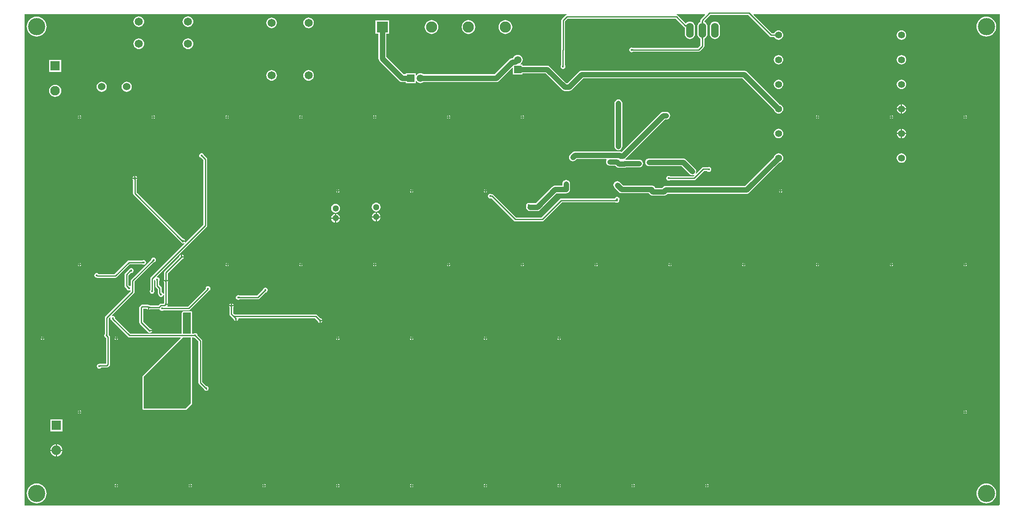
<source format=gbr>
%TF.GenerationSoftware,Altium Limited,Altium Designer,20.0.13 (296)*%
G04 Layer_Physical_Order=2*
G04 Layer_Color=16711680*
%FSLAX45Y45*%
%MOMM*%
%TF.FileFunction,Copper,L2,Bot,Signal*%
%TF.Part,Single*%
G01*
G75*
%TA.AperFunction,Conductor*%
%ADD34C,0.25400*%
%ADD35C,1.06000*%
%TA.AperFunction,ComponentPad*%
%ADD37C,2.27000*%
%ADD38R,2.27000X2.27000*%
%ADD39C,1.30000*%
%ADD40C,3.50000*%
%ADD41R,1.95000X1.95000*%
%ADD42C,1.95000*%
%ADD43C,1.52400*%
%ADD44R,1.50000X1.50000*%
%ADD45C,1.50000*%
%ADD46R,1.50000X1.50000*%
%ADD47C,1.40000*%
%ADD48C,1.65000*%
%ADD49O,1.52400X3.04800*%
%TA.AperFunction,ViaPad*%
%ADD50C,0.20000*%
%ADD51C,0.45200*%
G36*
X13891826Y-253918D02*
X13892204Y-258865D01*
X13892834Y-263229D01*
X13893716Y-267012D01*
X13894852Y-270213D01*
X13896240Y-272832D01*
X13897879Y-274868D01*
X13899771Y-276323D01*
X13901915Y-277196D01*
X13904311Y-277487D01*
X13853688D01*
X13856084Y-277196D01*
X13858228Y-276323D01*
X13860120Y-274868D01*
X13861758Y-272832D01*
X13863147Y-270213D01*
X13864282Y-267012D01*
X13865164Y-263229D01*
X13865794Y-258865D01*
X13866173Y-253918D01*
X13866299Y-248389D01*
X13891699D01*
X13891826Y-253918D01*
D02*
G37*
G36*
X13549042Y-350945D02*
X13549174Y-349660D01*
X13548888Y-348509D01*
X13548181Y-347494D01*
X13547055Y-346614D01*
X13545508Y-345870D01*
X13543542Y-345261D01*
X13541156Y-344788D01*
X13538348Y-344449D01*
X13535123Y-344246D01*
X13531477Y-344179D01*
Y-318779D01*
X13536382Y-318712D01*
X13548206Y-317719D01*
X13551187Y-317123D01*
X13553687Y-316394D01*
X13555705Y-315534D01*
X13557242Y-314540D01*
X13558299Y-313414D01*
X13558876Y-312156D01*
X13549042Y-350945D01*
D02*
G37*
G36*
X13901915Y-572806D02*
X13899771Y-573679D01*
X13897879Y-575133D01*
X13896240Y-577170D01*
X13894852Y-579789D01*
X13893716Y-582990D01*
X13892834Y-586773D01*
X13892204Y-591137D01*
X13891826Y-596084D01*
X13891699Y-601613D01*
X13866299D01*
X13866173Y-596084D01*
X13865794Y-591137D01*
X13865164Y-586773D01*
X13864282Y-582990D01*
X13863147Y-579789D01*
X13861758Y-577170D01*
X13860120Y-575133D01*
X13858228Y-573679D01*
X13856084Y-572806D01*
X13853688Y-572514D01*
X13904311D01*
X13901915Y-572806D01*
D02*
G37*
G36*
X19925000Y-10075000D02*
X19900000Y-10100000D01*
X100000D01*
Y-100000D01*
X11115974D01*
X11117225Y-112700D01*
X11110134Y-114111D01*
X11097532Y-122531D01*
X11022531Y-197531D01*
X11014111Y-210134D01*
X11011153Y-225000D01*
Y-812378D01*
X11009718Y-814526D01*
X11006761Y-829392D01*
Y-1134465D01*
X11000393Y-1143996D01*
X10996668Y-1162725D01*
X11000393Y-1181453D01*
X11011002Y-1197331D01*
X11026879Y-1207939D01*
X11045608Y-1211665D01*
X11064337Y-1207939D01*
X11080214Y-1197331D01*
X11090823Y-1181453D01*
X11094548Y-1162725D01*
X11090823Y-1143996D01*
X11084454Y-1134465D01*
Y-842014D01*
X11085889Y-839866D01*
X11088847Y-825000D01*
Y-241091D01*
X11141091Y-188846D01*
X13333908D01*
X13504008Y-358947D01*
X13516611Y-367368D01*
X13522523Y-368544D01*
Y-501201D01*
X13526015Y-527724D01*
X13536252Y-552439D01*
X13552538Y-573663D01*
X13573761Y-589949D01*
X13598476Y-600186D01*
X13624998Y-603678D01*
X13651521Y-600186D01*
X13676237Y-589949D01*
X13697462Y-573663D01*
X13713747Y-552439D01*
X13723984Y-527724D01*
X13727477Y-501201D01*
Y-348801D01*
X13723984Y-322278D01*
X13713747Y-297563D01*
X13697462Y-276339D01*
X13676237Y-260053D01*
X13651521Y-249816D01*
X13624998Y-246324D01*
X13598476Y-249816D01*
X13573761Y-260053D01*
X13552538Y-276339D01*
X13549168Y-280729D01*
X13536496Y-281560D01*
X13377467Y-122531D01*
X13364864Y-114111D01*
X13357774Y-112700D01*
X13359026Y-100000D01*
X13928468D01*
X13933330Y-111733D01*
X13851530Y-193532D01*
X13843111Y-206135D01*
X13840154Y-221001D01*
Y-254535D01*
X13840121Y-254933D01*
X13827760Y-260053D01*
X13806537Y-276339D01*
X13790253Y-297563D01*
X13780014Y-322278D01*
X13776523Y-348801D01*
Y-501201D01*
X13780014Y-527724D01*
X13790253Y-552439D01*
X13806537Y-573663D01*
X13827760Y-589949D01*
X13840121Y-595069D01*
X13840154Y-595467D01*
Y-729910D01*
X13783910Y-786153D01*
X12468258D01*
X12458727Y-779785D01*
X12439998Y-776060D01*
X12421269Y-779785D01*
X12405392Y-790394D01*
X12394783Y-806271D01*
X12391058Y-825000D01*
X12394783Y-843729D01*
X12405392Y-859606D01*
X12421269Y-870215D01*
X12439998Y-873940D01*
X12458727Y-870215D01*
X12468258Y-863846D01*
X13800000D01*
X13814867Y-860889D01*
X13827469Y-852468D01*
X13906468Y-773469D01*
X13914890Y-760866D01*
X13917847Y-746001D01*
Y-595467D01*
X13917876Y-595069D01*
X13930238Y-589949D01*
X13951462Y-573663D01*
X13967747Y-552439D01*
X13977985Y-527724D01*
X13981476Y-501201D01*
Y-348801D01*
X13977985Y-322278D01*
X13967747Y-297563D01*
X13951462Y-276339D01*
X13930238Y-260053D01*
X13917876Y-254933D01*
X13917847Y-254535D01*
Y-237091D01*
X14041090Y-113847D01*
X14808910D01*
X15247533Y-552469D01*
X15260135Y-560890D01*
X15275002Y-563847D01*
X15337833D01*
X15341669Y-573112D01*
X15356961Y-593041D01*
X15376889Y-608332D01*
X15400096Y-617945D01*
X15425002Y-621224D01*
X15449905Y-617945D01*
X15473112Y-608332D01*
X15493040Y-593041D01*
X15508331Y-573112D01*
X15517944Y-549905D01*
X15521223Y-525001D01*
X15517944Y-500096D01*
X15508331Y-476889D01*
X15493040Y-456961D01*
X15473112Y-441669D01*
X15449905Y-432056D01*
X15425002Y-428778D01*
X15400096Y-432056D01*
X15376889Y-441669D01*
X15356961Y-456961D01*
X15341669Y-476889D01*
X15337833Y-486154D01*
X15291090D01*
X14916670Y-111733D01*
X14921532Y-100000D01*
X19925000D01*
Y-10075000D01*
D02*
G37*
G36*
X12456849Y-809773D02*
X12457761Y-810303D01*
X12458872Y-810771D01*
X12460184Y-811177D01*
X12461695Y-811520D01*
X12463407Y-811801D01*
X12467429Y-812175D01*
X12472252Y-812300D01*
Y-837700D01*
X12469741Y-837731D01*
X12463407Y-838199D01*
X12461695Y-838480D01*
X12460184Y-838823D01*
X12458872Y-839229D01*
X12457761Y-839697D01*
X12456849Y-840227D01*
X12456138Y-840820D01*
Y-809180D01*
X12456849Y-809773D01*
D02*
G37*
G36*
X11058339Y-1132982D02*
X11058807Y-1139316D01*
X11059088Y-1141027D01*
X11059431Y-1142539D01*
X11059837Y-1143850D01*
X11060305Y-1144962D01*
X11060835Y-1145873D01*
X11061428Y-1146585D01*
X11029788D01*
X11030381Y-1145873D01*
X11030911Y-1144962D01*
X11031379Y-1143850D01*
X11031785Y-1142539D01*
X11032128Y-1141027D01*
X11032409Y-1139316D01*
X11032783Y-1135293D01*
X11032908Y-1130470D01*
X11058308D01*
X11058339Y-1132982D01*
D02*
G37*
%LPC*%
G36*
X3424999Y-141169D02*
X3396832Y-144877D01*
X3370584Y-155749D01*
X3348044Y-173045D01*
X3330749Y-195585D01*
X3319877Y-221832D01*
X3316168Y-250000D01*
X3319877Y-278168D01*
X3330749Y-304415D01*
X3348044Y-326955D01*
X3370584Y-344251D01*
X3396832Y-355123D01*
X3424999Y-358831D01*
X3453167Y-355123D01*
X3479415Y-344251D01*
X3501955Y-326955D01*
X3519250Y-304415D01*
X3530122Y-278168D01*
X3533831Y-250000D01*
X3530122Y-221832D01*
X3519250Y-195585D01*
X3501955Y-173045D01*
X3479415Y-155749D01*
X3453167Y-144877D01*
X3424999Y-141169D01*
D02*
G37*
G36*
X2425001D02*
X2396834Y-144877D01*
X2370586Y-155749D01*
X2348046Y-173045D01*
X2330751Y-195585D01*
X2319879Y-221832D01*
X2316170Y-250000D01*
X2319879Y-278168D01*
X2330751Y-304415D01*
X2348046Y-326955D01*
X2370586Y-344251D01*
X2396834Y-355123D01*
X2425001Y-358831D01*
X2453169Y-355123D01*
X2479417Y-344251D01*
X2501957Y-326955D01*
X2519252Y-304415D01*
X2530124Y-278168D01*
X2533833Y-250000D01*
X2530124Y-221832D01*
X2519252Y-195585D01*
X2501957Y-173045D01*
X2479417Y-155749D01*
X2453169Y-144877D01*
X2425001Y-141169D01*
D02*
G37*
G36*
X5875002Y-166168D02*
X5846835Y-169876D01*
X5820587Y-180748D01*
X5798047Y-198044D01*
X5780752Y-220583D01*
X5769879Y-246831D01*
X5766171Y-274999D01*
X5769879Y-303166D01*
X5780752Y-329414D01*
X5798047Y-351954D01*
X5820587Y-369249D01*
X5846835Y-380121D01*
X5875002Y-383830D01*
X5903170Y-380121D01*
X5929418Y-369249D01*
X5951957Y-351954D01*
X5969253Y-329414D01*
X5980125Y-303166D01*
X5983833Y-274999D01*
X5980125Y-246831D01*
X5969253Y-220583D01*
X5951957Y-198044D01*
X5929418Y-180748D01*
X5903170Y-169876D01*
X5875002Y-166168D01*
D02*
G37*
G36*
X5125001D02*
X5096834Y-169876D01*
X5070586Y-180748D01*
X5048046Y-198044D01*
X5030751Y-220583D01*
X5019878Y-246831D01*
X5016170Y-274999D01*
X5019878Y-303166D01*
X5030751Y-329414D01*
X5048046Y-351954D01*
X5070586Y-369249D01*
X5096834Y-380121D01*
X5125001Y-383830D01*
X5153169Y-380121D01*
X5179417Y-369249D01*
X5201956Y-351954D01*
X5219252Y-329414D01*
X5230124Y-303166D01*
X5233832Y-274999D01*
X5230124Y-246831D01*
X5219252Y-220583D01*
X5201956Y-198044D01*
X5179417Y-180748D01*
X5153169Y-169876D01*
X5125001Y-166168D01*
D02*
G37*
G36*
X9874999Y-219904D02*
X9838739Y-224677D01*
X9804950Y-238673D01*
X9775935Y-260938D01*
X9753670Y-289953D01*
X9739674Y-323742D01*
X9734901Y-360002D01*
X9739674Y-396263D01*
X9753670Y-430051D01*
X9775935Y-459067D01*
X9804950Y-481331D01*
X9838739Y-495327D01*
X9874999Y-500101D01*
X9911260Y-495327D01*
X9945048Y-481331D01*
X9974064Y-459067D01*
X9996328Y-430051D01*
X10010324Y-396263D01*
X10015098Y-360002D01*
X10010324Y-323742D01*
X9996328Y-289953D01*
X9974064Y-260938D01*
X9945048Y-238673D01*
X9911260Y-224677D01*
X9874999Y-219904D01*
D02*
G37*
G36*
X9124998D02*
X9088738Y-224677D01*
X9054949Y-238673D01*
X9025934Y-260938D01*
X9003669Y-289953D01*
X8989673Y-323742D01*
X8984900Y-360002D01*
X8989673Y-396263D01*
X9003669Y-430051D01*
X9025934Y-459067D01*
X9054949Y-481331D01*
X9088738Y-495327D01*
X9124998Y-500101D01*
X9161259Y-495327D01*
X9195047Y-481331D01*
X9224063Y-459067D01*
X9246327Y-430051D01*
X9260323Y-396263D01*
X9265097Y-360002D01*
X9260323Y-323742D01*
X9246327Y-289953D01*
X9224063Y-260938D01*
X9195047Y-238673D01*
X9161259Y-224677D01*
X9124998Y-219904D01*
D02*
G37*
G36*
X8375002D02*
X8338742Y-224677D01*
X8304953Y-238673D01*
X8275938Y-260938D01*
X8253673Y-289953D01*
X8239677Y-323742D01*
X8234904Y-360002D01*
X8239677Y-396263D01*
X8253673Y-430051D01*
X8275938Y-459067D01*
X8304953Y-481331D01*
X8338742Y-495327D01*
X8375002Y-500101D01*
X8411263Y-495327D01*
X8445051Y-481331D01*
X8474067Y-459067D01*
X8496331Y-430051D01*
X8510327Y-396263D01*
X8515101Y-360002D01*
X8510327Y-323742D01*
X8496331Y-289953D01*
X8474067Y-260938D01*
X8445051Y-238673D01*
X8411263Y-224677D01*
X8375002Y-219904D01*
D02*
G37*
G36*
X19650002Y-148630D02*
X19610716Y-152499D01*
X19572942Y-163959D01*
X19538126Y-182567D01*
X19507611Y-207610D01*
X19482568Y-238125D01*
X19463960Y-272939D01*
X19452501Y-310715D01*
X19448631Y-350000D01*
X19452501Y-389285D01*
X19463960Y-427061D01*
X19482568Y-461875D01*
X19507611Y-492390D01*
X19538126Y-517433D01*
X19572942Y-536041D01*
X19610716Y-547500D01*
X19650002Y-551369D01*
X19689287Y-547500D01*
X19727061Y-536041D01*
X19761876Y-517433D01*
X19792390Y-492390D01*
X19817435Y-461875D01*
X19836043Y-427061D01*
X19847502Y-389285D01*
X19851370Y-350000D01*
X19847502Y-310715D01*
X19836043Y-272939D01*
X19817435Y-238125D01*
X19792390Y-207610D01*
X19761876Y-182567D01*
X19727061Y-163959D01*
X19689287Y-152499D01*
X19650002Y-148630D01*
D02*
G37*
G36*
X349999D02*
X310714Y-152499D01*
X272938Y-163959D01*
X238124Y-182567D01*
X207609Y-207610D01*
X182567Y-238125D01*
X163958Y-272939D01*
X152499Y-310715D01*
X148630Y-350000D01*
X152499Y-389285D01*
X163958Y-427061D01*
X182567Y-461875D01*
X207609Y-492390D01*
X238124Y-517433D01*
X272938Y-536041D01*
X310714Y-547500D01*
X349999Y-551369D01*
X389284Y-547500D01*
X427060Y-536041D01*
X461874Y-517433D01*
X492389Y-492390D01*
X517432Y-461875D01*
X536041Y-427061D01*
X547500Y-389285D01*
X551369Y-350000D01*
X547500Y-310715D01*
X536041Y-272939D01*
X517432Y-238125D01*
X492389Y-207610D01*
X461874Y-182567D01*
X427060Y-163959D01*
X389284Y-152499D01*
X349999Y-148630D01*
D02*
G37*
G36*
X14132999Y-246324D02*
X14106476Y-249816D01*
X14081761Y-260053D01*
X14060538Y-276339D01*
X14044252Y-297563D01*
X14034013Y-322278D01*
X14030524Y-348801D01*
Y-501201D01*
X14034013Y-527724D01*
X14044252Y-552439D01*
X14060538Y-573663D01*
X14081761Y-589949D01*
X14106476Y-600186D01*
X14132999Y-603678D01*
X14159521Y-600186D01*
X14184238Y-589949D01*
X14205463Y-573663D01*
X14221747Y-552439D01*
X14231984Y-527724D01*
X14235477Y-501201D01*
Y-348801D01*
X14231984Y-322278D01*
X14221747Y-297563D01*
X14205463Y-276339D01*
X14184238Y-260053D01*
X14159521Y-249816D01*
X14132999Y-246324D01*
D02*
G37*
G36*
X17925002Y-428778D02*
X17900098Y-432056D01*
X17876889Y-441669D01*
X17856961Y-456961D01*
X17841669Y-476889D01*
X17832057Y-500096D01*
X17828778Y-525001D01*
X17832057Y-549905D01*
X17841669Y-573112D01*
X17856961Y-593041D01*
X17876889Y-608332D01*
X17900098Y-617945D01*
X17925002Y-621224D01*
X17949905Y-617945D01*
X17973112Y-608332D01*
X17993040Y-593041D01*
X18008333Y-573112D01*
X18017944Y-549905D01*
X18021223Y-525001D01*
X18017944Y-500096D01*
X18008333Y-476889D01*
X17993040Y-456961D01*
X17973112Y-441669D01*
X17949905Y-432056D01*
X17925002Y-428778D01*
D02*
G37*
G36*
X3424999Y-591171D02*
X3396832Y-594879D01*
X3370584Y-605751D01*
X3348044Y-623047D01*
X3330749Y-645586D01*
X3319877Y-671834D01*
X3316168Y-700002D01*
X3319877Y-728169D01*
X3330749Y-754417D01*
X3348044Y-776957D01*
X3370584Y-794252D01*
X3396832Y-805124D01*
X3424999Y-808833D01*
X3453167Y-805124D01*
X3479415Y-794252D01*
X3501955Y-776957D01*
X3519250Y-754417D01*
X3530122Y-728169D01*
X3533831Y-700002D01*
X3530122Y-671834D01*
X3519250Y-645586D01*
X3501955Y-623047D01*
X3479415Y-605751D01*
X3453167Y-594879D01*
X3424999Y-591171D01*
D02*
G37*
G36*
X2425001D02*
X2396834Y-594879D01*
X2370586Y-605751D01*
X2348046Y-623047D01*
X2330751Y-645586D01*
X2319879Y-671834D01*
X2316170Y-700002D01*
X2319879Y-728169D01*
X2330751Y-754417D01*
X2348046Y-776957D01*
X2370586Y-794252D01*
X2396834Y-805124D01*
X2425001Y-808833D01*
X2453169Y-805124D01*
X2479417Y-794252D01*
X2501957Y-776957D01*
X2519252Y-754417D01*
X2530124Y-728169D01*
X2533833Y-700002D01*
X2530124Y-671834D01*
X2519252Y-645586D01*
X2501957Y-623047D01*
X2479417Y-605751D01*
X2453169Y-594879D01*
X2425001Y-591171D01*
D02*
G37*
G36*
X17925002Y-928777D02*
X17900098Y-932055D01*
X17876889Y-941668D01*
X17856961Y-956960D01*
X17841669Y-976888D01*
X17832057Y-1000095D01*
X17828778Y-1025000D01*
X17832057Y-1049904D01*
X17841669Y-1073111D01*
X17856961Y-1093040D01*
X17876889Y-1108331D01*
X17900098Y-1117944D01*
X17925002Y-1121223D01*
X17949905Y-1117944D01*
X17973112Y-1108331D01*
X17993040Y-1093040D01*
X18008333Y-1073111D01*
X18017944Y-1049904D01*
X18021223Y-1025000D01*
X18017944Y-1000095D01*
X18008333Y-976888D01*
X17993040Y-956960D01*
X17973112Y-941668D01*
X17949905Y-932055D01*
X17925002Y-928777D01*
D02*
G37*
G36*
X15425002D02*
X15400096Y-932055D01*
X15376889Y-941668D01*
X15356961Y-956960D01*
X15341669Y-976888D01*
X15332056Y-1000095D01*
X15328778Y-1025000D01*
X15332056Y-1049904D01*
X15341669Y-1073111D01*
X15356961Y-1093040D01*
X15376889Y-1108331D01*
X15400096Y-1117944D01*
X15425002Y-1121223D01*
X15449905Y-1117944D01*
X15473112Y-1108331D01*
X15493040Y-1093040D01*
X15508331Y-1073111D01*
X15517944Y-1049904D01*
X15521223Y-1025000D01*
X15517944Y-1000095D01*
X15508331Y-976888D01*
X15493040Y-956960D01*
X15473112Y-941668D01*
X15449905Y-932055D01*
X15425002Y-928777D01*
D02*
G37*
G36*
X847900Y-1027098D02*
X602100D01*
Y-1272898D01*
X847900D01*
Y-1027098D01*
D02*
G37*
G36*
X5875002Y-1236168D02*
X5846835Y-1239876D01*
X5820587Y-1250749D01*
X5798047Y-1268044D01*
X5780752Y-1290584D01*
X5769879Y-1316832D01*
X5766171Y-1344999D01*
X5769879Y-1373167D01*
X5780752Y-1399415D01*
X5798047Y-1421954D01*
X5820587Y-1439250D01*
X5846835Y-1450122D01*
X5875002Y-1453830D01*
X5903170Y-1450122D01*
X5929418Y-1439250D01*
X5951957Y-1421954D01*
X5969253Y-1399415D01*
X5980125Y-1373167D01*
X5983833Y-1344999D01*
X5980125Y-1316832D01*
X5969253Y-1290584D01*
X5951957Y-1268044D01*
X5929418Y-1250749D01*
X5903170Y-1239876D01*
X5875002Y-1236168D01*
D02*
G37*
G36*
X5125001D02*
X5096834Y-1239876D01*
X5070586Y-1250749D01*
X5048046Y-1268044D01*
X5030751Y-1290584D01*
X5019878Y-1316832D01*
X5016170Y-1344999D01*
X5019878Y-1373167D01*
X5030751Y-1399415D01*
X5048046Y-1421954D01*
X5070586Y-1439250D01*
X5096834Y-1450122D01*
X5125001Y-1453830D01*
X5153169Y-1450122D01*
X5179417Y-1439250D01*
X5201956Y-1421954D01*
X5219252Y-1399415D01*
X5230124Y-1373167D01*
X5233832Y-1344999D01*
X5230124Y-1316832D01*
X5219252Y-1290584D01*
X5201956Y-1268044D01*
X5179417Y-1250749D01*
X5153169Y-1239876D01*
X5125001Y-1236168D01*
D02*
G37*
G36*
X17925002Y-1428776D02*
X17900098Y-1432054D01*
X17876889Y-1441667D01*
X17856961Y-1456959D01*
X17841669Y-1476887D01*
X17832057Y-1500094D01*
X17828778Y-1524999D01*
X17832057Y-1549903D01*
X17841669Y-1573110D01*
X17856961Y-1593039D01*
X17876889Y-1608330D01*
X17900098Y-1617943D01*
X17925002Y-1621222D01*
X17949905Y-1617943D01*
X17973112Y-1608330D01*
X17993040Y-1593039D01*
X18008333Y-1573110D01*
X18017944Y-1549903D01*
X18021223Y-1524999D01*
X18017944Y-1500094D01*
X18008333Y-1476887D01*
X17993040Y-1456959D01*
X17973112Y-1441667D01*
X17949905Y-1432054D01*
X17925002Y-1428776D01*
D02*
G37*
G36*
X15425002D02*
X15400096Y-1432054D01*
X15376889Y-1441667D01*
X15356961Y-1456959D01*
X15341669Y-1476887D01*
X15332056Y-1500094D01*
X15328778Y-1524999D01*
X15332056Y-1549903D01*
X15341669Y-1573110D01*
X15356961Y-1593039D01*
X15376889Y-1608330D01*
X15400096Y-1617943D01*
X15425002Y-1621222D01*
X15449905Y-1617943D01*
X15473112Y-1608330D01*
X15493040Y-1593039D01*
X15508331Y-1573110D01*
X15517944Y-1549903D01*
X15521223Y-1524999D01*
X15517944Y-1500094D01*
X15508331Y-1476887D01*
X15493040Y-1456959D01*
X15473112Y-1441667D01*
X15449905Y-1432054D01*
X15425002Y-1428776D01*
D02*
G37*
G36*
X2179002Y-1472524D02*
X2152480Y-1476016D01*
X2127764Y-1486254D01*
X2106540Y-1502539D01*
X2090255Y-1523763D01*
X2080017Y-1548478D01*
X2076526Y-1575001D01*
X2080017Y-1601524D01*
X2090255Y-1626240D01*
X2106540Y-1647463D01*
X2127764Y-1663749D01*
X2152480Y-1673986D01*
X2179002Y-1677478D01*
X2205525Y-1673986D01*
X2230241Y-1663749D01*
X2251465Y-1647463D01*
X2267750Y-1626240D01*
X2277988Y-1601524D01*
X2281479Y-1575001D01*
X2277988Y-1548478D01*
X2267750Y-1523763D01*
X2251465Y-1502539D01*
X2230241Y-1486254D01*
X2205525Y-1476016D01*
X2179002Y-1472524D01*
D02*
G37*
G36*
X1671003D02*
X1644480Y-1476016D01*
X1619764Y-1486254D01*
X1598540Y-1502539D01*
X1582255Y-1523763D01*
X1572017Y-1548478D01*
X1568526Y-1575001D01*
X1572017Y-1601524D01*
X1582255Y-1626240D01*
X1598540Y-1647463D01*
X1619764Y-1663749D01*
X1644480Y-1673986D01*
X1671003Y-1677478D01*
X1697525Y-1673986D01*
X1722241Y-1663749D01*
X1743465Y-1647463D01*
X1759750Y-1626240D01*
X1769988Y-1601524D01*
X1773479Y-1575001D01*
X1769988Y-1548478D01*
X1759750Y-1523763D01*
X1743465Y-1502539D01*
X1722241Y-1486254D01*
X1697525Y-1476016D01*
X1671003Y-1472524D01*
D02*
G37*
G36*
X725000Y-1534038D02*
X692917Y-1538262D01*
X663020Y-1550645D01*
X637347Y-1570345D01*
X617647Y-1596018D01*
X605263Y-1625915D01*
X601039Y-1657998D01*
X605263Y-1690081D01*
X617647Y-1719978D01*
X637347Y-1745651D01*
X663020Y-1765351D01*
X692917Y-1777735D01*
X725000Y-1781959D01*
X757083Y-1777735D01*
X786980Y-1765351D01*
X812653Y-1745651D01*
X832353Y-1719978D01*
X844736Y-1690081D01*
X848960Y-1657998D01*
X844736Y-1625915D01*
X832353Y-1596018D01*
X812653Y-1570345D01*
X786980Y-1550645D01*
X757083Y-1538262D01*
X725000Y-1534038D01*
D02*
G37*
G36*
X17937701Y-1930446D02*
Y-2012298D01*
X18019553D01*
X18017944Y-2000093D01*
X18008333Y-1976886D01*
X17993040Y-1956958D01*
X17973112Y-1941666D01*
X17949905Y-1932053D01*
X17937701Y-1930446D01*
D02*
G37*
G36*
X17912302D02*
X17900098Y-1932053D01*
X17876889Y-1941666D01*
X17856961Y-1956958D01*
X17841669Y-1976886D01*
X17832057Y-2000093D01*
X17830450Y-2012298D01*
X17912302D01*
Y-1930446D01*
D02*
G37*
G36*
X18019553Y-2037698D02*
X17937701D01*
Y-2119549D01*
X17949905Y-2117942D01*
X17973112Y-2108329D01*
X17993040Y-2093038D01*
X18008333Y-2073109D01*
X18017944Y-2049902D01*
X18019553Y-2037698D01*
D02*
G37*
G36*
X17912302D02*
X17830450D01*
X17832057Y-2049902D01*
X17841669Y-2073109D01*
X17856961Y-2093038D01*
X17876889Y-2108329D01*
X17900098Y-2117942D01*
X17912302Y-2119549D01*
Y-2037698D01*
D02*
G37*
G36*
X7513899Y-221102D02*
X7236099D01*
Y-498902D01*
X7295923D01*
Y-999999D01*
X7298617Y-1020466D01*
X7306517Y-1039537D01*
X7319084Y-1055915D01*
X7719085Y-1455916D01*
X7735462Y-1468482D01*
X7754534Y-1476382D01*
X7775000Y-1479077D01*
X7849599D01*
Y-1500400D01*
X8050399D01*
Y-1460183D01*
X8061679Y-1451662D01*
X8063099Y-1451675D01*
X8078393Y-1471606D01*
X8099366Y-1487699D01*
X8123789Y-1497816D01*
X8149999Y-1501266D01*
X8176209Y-1497816D01*
X8200632Y-1487699D01*
X8211870Y-1479077D01*
X9689126D01*
X9709592Y-1476382D01*
X9728664Y-1468482D01*
X9745041Y-1455916D01*
X10012868Y-1188089D01*
X10024601Y-1192949D01*
Y-1325399D01*
X10225401D01*
Y-1304076D01*
X10692245D01*
X11025178Y-1637009D01*
X11041556Y-1649576D01*
X11060627Y-1657475D01*
X11081094Y-1660170D01*
X11168907D01*
X11189373Y-1657475D01*
X11208445Y-1649576D01*
X11224822Y-1637009D01*
X11457755Y-1404076D01*
X14692249D01*
X15331145Y-2042972D01*
X15332056Y-2049902D01*
X15341669Y-2073109D01*
X15356961Y-2093038D01*
X15376889Y-2108329D01*
X15400096Y-2117942D01*
X15425002Y-2121221D01*
X15449905Y-2117942D01*
X15473112Y-2108329D01*
X15493040Y-2093038D01*
X15508331Y-2073109D01*
X15517944Y-2049902D01*
X15521223Y-2024998D01*
X15517944Y-2000093D01*
X15508331Y-1976886D01*
X15493040Y-1956958D01*
X15473112Y-1941666D01*
X15449905Y-1932053D01*
X15442975Y-1931141D01*
X14780917Y-1269085D01*
X14764542Y-1256518D01*
X14745470Y-1248618D01*
X14725003Y-1245924D01*
X11425000D01*
X11404534Y-1248618D01*
X11385462Y-1256518D01*
X11369085Y-1269085D01*
X11136152Y-1502017D01*
X11113848D01*
X10780915Y-1169084D01*
X10764538Y-1156517D01*
X10745466Y-1148617D01*
X10724999Y-1145923D01*
X10225401D01*
Y-1124599D01*
X10185184D01*
X10176663Y-1113319D01*
X10176676Y-1111899D01*
X10196607Y-1096606D01*
X10212700Y-1075633D01*
X10222817Y-1051209D01*
X10226268Y-1025000D01*
X10222817Y-998790D01*
X10212700Y-974367D01*
X10196607Y-953394D01*
X10175634Y-937301D01*
X10151211Y-927184D01*
X10125001Y-923733D01*
X10098792Y-927184D01*
X10074368Y-937301D01*
X10053395Y-953394D01*
X10037302Y-974367D01*
X10029782Y-992523D01*
X10017527D01*
X9997061Y-995217D01*
X9985889Y-999845D01*
X9977989Y-1003117D01*
X9961612Y-1015684D01*
X9656372Y-1320924D01*
X8211870D01*
X8200632Y-1312301D01*
X8176209Y-1302185D01*
X8149999Y-1298734D01*
X8123789Y-1302185D01*
X8099366Y-1312301D01*
X8078393Y-1328394D01*
X8063099Y-1348325D01*
X8061679Y-1348339D01*
X8050399Y-1339817D01*
Y-1299600D01*
X7849599D01*
Y-1320924D01*
X7807755D01*
X7454076Y-967245D01*
Y-498902D01*
X7513899D01*
Y-221102D01*
D02*
G37*
G36*
X19232701Y-2158932D02*
Y-2179800D01*
X19253568D01*
X19253346Y-2178687D01*
X19245523Y-2166978D01*
X19233813Y-2159154D01*
X19232701Y-2158932D01*
D02*
G37*
G36*
X19207301D02*
X19206187Y-2159154D01*
X19194479Y-2166978D01*
X19186655Y-2178687D01*
X19186433Y-2179800D01*
X19207301D01*
Y-2158932D01*
D02*
G37*
G36*
X17732701D02*
Y-2179800D01*
X17753568D01*
X17753346Y-2178687D01*
X17745523Y-2166978D01*
X17733813Y-2159154D01*
X17732701Y-2158932D01*
D02*
G37*
G36*
X17707301D02*
X17706187Y-2159154D01*
X17694479Y-2166978D01*
X17686655Y-2178687D01*
X17686433Y-2179800D01*
X17707301D01*
Y-2158932D01*
D02*
G37*
G36*
X16232701D02*
Y-2179800D01*
X16253568D01*
X16253346Y-2178687D01*
X16245523Y-2166978D01*
X16233813Y-2159154D01*
X16232701Y-2158932D01*
D02*
G37*
G36*
X16207301D02*
X16206187Y-2159154D01*
X16194479Y-2166978D01*
X16186655Y-2178687D01*
X16186433Y-2179800D01*
X16207301D01*
Y-2158932D01*
D02*
G37*
G36*
X10232700D02*
Y-2179800D01*
X10253568D01*
X10253346Y-2178687D01*
X10245522Y-2166978D01*
X10233813Y-2159154D01*
X10232700Y-2158932D01*
D02*
G37*
G36*
X10207300D02*
X10206188Y-2159154D01*
X10194478Y-2166978D01*
X10186655Y-2178687D01*
X10186433Y-2179800D01*
X10207300D01*
Y-2158932D01*
D02*
G37*
G36*
X8732700D02*
Y-2179800D01*
X8753567D01*
X8753346Y-2178687D01*
X8745522Y-2166978D01*
X8733813Y-2159154D01*
X8732700Y-2158932D01*
D02*
G37*
G36*
X8707300D02*
X8706188Y-2159154D01*
X8694478Y-2166978D01*
X8686654Y-2178687D01*
X8686433Y-2179800D01*
X8707300D01*
Y-2158932D01*
D02*
G37*
G36*
X7232700D02*
Y-2179800D01*
X7253567D01*
X7253346Y-2178687D01*
X7245522Y-2166978D01*
X7233813Y-2159154D01*
X7232700Y-2158932D01*
D02*
G37*
G36*
X7207300D02*
X7206188Y-2159154D01*
X7194478Y-2166978D01*
X7186654Y-2178687D01*
X7186433Y-2179800D01*
X7207300D01*
Y-2158932D01*
D02*
G37*
G36*
X5732700D02*
Y-2179800D01*
X5753567D01*
X5753346Y-2178687D01*
X5745522Y-2166978D01*
X5733813Y-2159154D01*
X5732700Y-2158932D01*
D02*
G37*
G36*
X5707300D02*
X5706188Y-2159154D01*
X5694478Y-2166978D01*
X5686654Y-2178687D01*
X5686433Y-2179800D01*
X5707300D01*
Y-2158932D01*
D02*
G37*
G36*
X4232700D02*
Y-2179800D01*
X4253567D01*
X4253346Y-2178687D01*
X4245522Y-2166978D01*
X4233812Y-2159154D01*
X4232700Y-2158932D01*
D02*
G37*
G36*
X4207300D02*
X4206188Y-2159154D01*
X4194478Y-2166978D01*
X4186654Y-2178687D01*
X4186433Y-2179800D01*
X4207300D01*
Y-2158932D01*
D02*
G37*
G36*
X2732700D02*
Y-2179800D01*
X2753567D01*
X2753346Y-2178687D01*
X2745522Y-2166978D01*
X2733812Y-2159154D01*
X2732700Y-2158932D01*
D02*
G37*
G36*
X2707300D02*
X2706188Y-2159154D01*
X2694478Y-2166978D01*
X2686654Y-2178687D01*
X2686433Y-2179800D01*
X2707300D01*
Y-2158932D01*
D02*
G37*
G36*
X1232700D02*
Y-2179800D01*
X1253567D01*
X1253346Y-2178687D01*
X1245522Y-2166978D01*
X1233812Y-2159154D01*
X1232700Y-2158932D01*
D02*
G37*
G36*
X1207300D02*
X1206188Y-2159154D01*
X1194478Y-2166978D01*
X1186654Y-2178687D01*
X1186433Y-2179800D01*
X1207300D01*
Y-2158932D01*
D02*
G37*
G36*
X19253568Y-2205200D02*
X19232701D01*
Y-2226067D01*
X19233813Y-2225845D01*
X19245523Y-2218021D01*
X19253346Y-2206312D01*
X19253568Y-2205200D01*
D02*
G37*
G36*
X19207301D02*
X19186433D01*
X19186655Y-2206312D01*
X19194479Y-2218021D01*
X19206187Y-2225845D01*
X19207301Y-2226067D01*
Y-2205200D01*
D02*
G37*
G36*
X17753568D02*
X17732701D01*
Y-2226067D01*
X17733813Y-2225845D01*
X17745523Y-2218021D01*
X17753346Y-2206312D01*
X17753568Y-2205200D01*
D02*
G37*
G36*
X17707301D02*
X17686433D01*
X17686655Y-2206312D01*
X17694479Y-2218021D01*
X17706187Y-2225845D01*
X17707301Y-2226067D01*
Y-2205200D01*
D02*
G37*
G36*
X16253568D02*
X16232701D01*
Y-2226067D01*
X16233813Y-2225845D01*
X16245523Y-2218021D01*
X16253346Y-2206312D01*
X16253568Y-2205200D01*
D02*
G37*
G36*
X16207301D02*
X16186433D01*
X16186655Y-2206312D01*
X16194479Y-2218021D01*
X16206187Y-2225845D01*
X16207301Y-2226067D01*
Y-2205200D01*
D02*
G37*
G36*
X10253568D02*
X10232700D01*
Y-2226067D01*
X10233813Y-2225845D01*
X10245522Y-2218021D01*
X10253346Y-2206312D01*
X10253568Y-2205200D01*
D02*
G37*
G36*
X10207300D02*
X10186433D01*
X10186655Y-2206312D01*
X10194478Y-2218021D01*
X10206188Y-2225845D01*
X10207300Y-2226067D01*
Y-2205200D01*
D02*
G37*
G36*
X8753567D02*
X8732700D01*
Y-2226067D01*
X8733813Y-2225845D01*
X8745522Y-2218021D01*
X8753346Y-2206312D01*
X8753567Y-2205200D01*
D02*
G37*
G36*
X8707300D02*
X8686433D01*
X8686654Y-2206312D01*
X8694478Y-2218021D01*
X8706188Y-2225845D01*
X8707300Y-2226067D01*
Y-2205200D01*
D02*
G37*
G36*
X7253567D02*
X7232700D01*
Y-2226067D01*
X7233813Y-2225845D01*
X7245522Y-2218021D01*
X7253346Y-2206312D01*
X7253567Y-2205200D01*
D02*
G37*
G36*
X7207300D02*
X7186433D01*
X7186654Y-2206312D01*
X7194478Y-2218021D01*
X7206188Y-2225845D01*
X7207300Y-2226067D01*
Y-2205200D01*
D02*
G37*
G36*
X5753567D02*
X5732700D01*
Y-2226067D01*
X5733813Y-2225845D01*
X5745522Y-2218021D01*
X5753346Y-2206312D01*
X5753567Y-2205200D01*
D02*
G37*
G36*
X5707300D02*
X5686433D01*
X5686654Y-2206312D01*
X5694478Y-2218021D01*
X5706188Y-2225845D01*
X5707300Y-2226067D01*
Y-2205200D01*
D02*
G37*
G36*
X4253567D02*
X4232700D01*
Y-2226067D01*
X4233812Y-2225845D01*
X4245522Y-2218021D01*
X4253346Y-2206312D01*
X4253567Y-2205200D01*
D02*
G37*
G36*
X4207300D02*
X4186433D01*
X4186654Y-2206312D01*
X4194478Y-2218021D01*
X4206188Y-2225845D01*
X4207300Y-2226067D01*
Y-2205200D01*
D02*
G37*
G36*
X2753567D02*
X2732700D01*
Y-2226067D01*
X2733812Y-2225845D01*
X2745522Y-2218021D01*
X2753346Y-2206312D01*
X2753567Y-2205200D01*
D02*
G37*
G36*
X2707300D02*
X2686433D01*
X2686654Y-2206312D01*
X2694478Y-2218021D01*
X2706188Y-2225845D01*
X2707300Y-2226067D01*
Y-2205200D01*
D02*
G37*
G36*
X1253567D02*
X1232700D01*
Y-2226067D01*
X1233812Y-2225845D01*
X1245522Y-2218021D01*
X1253346Y-2206312D01*
X1253567Y-2205200D01*
D02*
G37*
G36*
X1207300D02*
X1186433D01*
X1186654Y-2206312D01*
X1194478Y-2218021D01*
X1206188Y-2225845D01*
X1207300Y-2226067D01*
Y-2205200D01*
D02*
G37*
G36*
X17937701Y-2430451D02*
Y-2512302D01*
X18019553D01*
X18017944Y-2500097D01*
X18008333Y-2476890D01*
X17993040Y-2456962D01*
X17973112Y-2441670D01*
X17949905Y-2432057D01*
X17937701Y-2430451D01*
D02*
G37*
G36*
X17912302D02*
X17900098Y-2432057D01*
X17876889Y-2441670D01*
X17856961Y-2456962D01*
X17841669Y-2476890D01*
X17832057Y-2500097D01*
X17830450Y-2512302D01*
X17912302D01*
Y-2430451D01*
D02*
G37*
G36*
X18019553Y-2537702D02*
X17937701D01*
Y-2619553D01*
X17949905Y-2617946D01*
X17973112Y-2608333D01*
X17993040Y-2593042D01*
X18008333Y-2573113D01*
X18017944Y-2549906D01*
X18019553Y-2537702D01*
D02*
G37*
G36*
X17912302D02*
X17830450D01*
X17832057Y-2549906D01*
X17841669Y-2573113D01*
X17856961Y-2593042D01*
X17876889Y-2608333D01*
X17900098Y-2617946D01*
X17912302Y-2619553D01*
Y-2537702D01*
D02*
G37*
G36*
X15425002Y-2428779D02*
X15400096Y-2432057D01*
X15376889Y-2441670D01*
X15356961Y-2456962D01*
X15341669Y-2476890D01*
X15332056Y-2500097D01*
X15328778Y-2525002D01*
X15332056Y-2549906D01*
X15341669Y-2573113D01*
X15356961Y-2593042D01*
X15376889Y-2608333D01*
X15400096Y-2617946D01*
X15425002Y-2621225D01*
X15449905Y-2617946D01*
X15473112Y-2608333D01*
X15493040Y-2593042D01*
X15508331Y-2573113D01*
X15517944Y-2549906D01*
X15521223Y-2525002D01*
X15517944Y-2500097D01*
X15508331Y-2476890D01*
X15493040Y-2456962D01*
X15473112Y-2441670D01*
X15449905Y-2432057D01*
X15425002Y-2428779D01*
D02*
G37*
G36*
X12170608Y-1833648D02*
X12150141Y-1836343D01*
X12131070Y-1844243D01*
X12114693Y-1856809D01*
X12102126Y-1873186D01*
X12094226Y-1892258D01*
X12091532Y-1912725D01*
Y-2787725D01*
X12094226Y-2808191D01*
X12102126Y-2827263D01*
X12114693Y-2843640D01*
X12131070Y-2856207D01*
X12150141Y-2864107D01*
X12170608Y-2866801D01*
X12191074Y-2864107D01*
X12210146Y-2856207D01*
X12226523Y-2843640D01*
X12239090Y-2827263D01*
X12246990Y-2808191D01*
X12249684Y-2787725D01*
Y-1933156D01*
X12250822Y-1931453D01*
X12254548Y-1912724D01*
X12250822Y-1893996D01*
X12242632Y-1881738D01*
X12239090Y-1873186D01*
X12226523Y-1856809D01*
X12210146Y-1844243D01*
X12191074Y-1836343D01*
X12170608Y-1833648D01*
D02*
G37*
G36*
X13145609Y-2083648D02*
X13087276D01*
X13066809Y-2086343D01*
X13047737Y-2094242D01*
X13031360Y-2106809D01*
X12235723Y-2902446D01*
X12232689Y-2900118D01*
X12213617Y-2892218D01*
X12193151Y-2889524D01*
X11289733D01*
X11269266Y-2892218D01*
X11250194Y-2900118D01*
X11233817Y-2912685D01*
X11189693Y-2956809D01*
X11177126Y-2973186D01*
X11169226Y-2992258D01*
X11166532Y-3012724D01*
X11169226Y-3033191D01*
X11177126Y-3052263D01*
X11189693Y-3068640D01*
X11206070Y-3081207D01*
X11225142Y-3089106D01*
X11245608Y-3091801D01*
X11266074Y-3089106D01*
X11285146Y-3081207D01*
X11301523Y-3068640D01*
X11322487Y-3047676D01*
X11926971D01*
X11932589Y-3059067D01*
X11931518Y-3060462D01*
X11923618Y-3079533D01*
X11920924Y-3100000D01*
X11923618Y-3120466D01*
X11926581Y-3127619D01*
X11929785Y-3143729D01*
X11940394Y-3159606D01*
X11956271Y-3170215D01*
X11972382Y-3173420D01*
X11979533Y-3176382D01*
X12000000Y-3179076D01*
X12105969D01*
X12126933Y-3200040D01*
X12143310Y-3212607D01*
X12162381Y-3220506D01*
X12182848Y-3223201D01*
X12291703D01*
X12312170Y-3220506D01*
X12321115Y-3216801D01*
X12595608D01*
X12616075Y-3214107D01*
X12635146Y-3206207D01*
X12651523Y-3193640D01*
X12664090Y-3177263D01*
X12671990Y-3158191D01*
X12674684Y-3137725D01*
X12671990Y-3117258D01*
X12664090Y-3098187D01*
X12651523Y-3081809D01*
X12635146Y-3069243D01*
X12616075Y-3061343D01*
X12595608Y-3058648D01*
X12318668D01*
X12314356Y-3045948D01*
X12320915Y-3040916D01*
X13120030Y-2241801D01*
X13145609D01*
X13166075Y-2239107D01*
X13185146Y-2231207D01*
X13201523Y-2218640D01*
X13214090Y-2202263D01*
X13221989Y-2183191D01*
X13224684Y-2162725D01*
X13221989Y-2142258D01*
X13214090Y-2123187D01*
X13201523Y-2106809D01*
X13185146Y-2094243D01*
X13166075Y-2086343D01*
X13145609Y-2083648D01*
D02*
G37*
G36*
X17925002Y-2928778D02*
X17900098Y-2932056D01*
X17876889Y-2941669D01*
X17856961Y-2956961D01*
X17841669Y-2976889D01*
X17832057Y-3000096D01*
X17828778Y-3025001D01*
X17832057Y-3049905D01*
X17841669Y-3073112D01*
X17856961Y-3093041D01*
X17876889Y-3108332D01*
X17900098Y-3117945D01*
X17925002Y-3121224D01*
X17949905Y-3117945D01*
X17973112Y-3108332D01*
X17993040Y-3093041D01*
X18008333Y-3073112D01*
X18017944Y-3049905D01*
X18021223Y-3025001D01*
X18017944Y-3000096D01*
X18008333Y-2976889D01*
X17993040Y-2956961D01*
X17973112Y-2941669D01*
X17949905Y-2932056D01*
X17925002Y-2928778D01*
D02*
G37*
G36*
X13487724Y-3033648D02*
X12795608D01*
X12775141Y-3036343D01*
X12756070Y-3044243D01*
X12739693Y-3056809D01*
X12727126Y-3073186D01*
X12719226Y-3092258D01*
X12716532Y-3112725D01*
X12719226Y-3133191D01*
X12727126Y-3152263D01*
X12739693Y-3168640D01*
X12756070Y-3181206D01*
X12775141Y-3189106D01*
X12795608Y-3191801D01*
X13454970D01*
X13616586Y-3353418D01*
X13632964Y-3365985D01*
X13652036Y-3373884D01*
X13672502Y-3376579D01*
X13692969Y-3373884D01*
X13712041Y-3365985D01*
X13718721Y-3376342D01*
X13696185Y-3398878D01*
X13223866D01*
X13214337Y-3392510D01*
X13195609Y-3388784D01*
X13176878Y-3392510D01*
X13161002Y-3403119D01*
X13150394Y-3418996D01*
X13146667Y-3437725D01*
X13150394Y-3456453D01*
X13161002Y-3472331D01*
X13176878Y-3482939D01*
X13195609Y-3486665D01*
X13214337Y-3482939D01*
X13223866Y-3476571D01*
X13712276D01*
X13727141Y-3473614D01*
X13739745Y-3465193D01*
X13916090Y-3288847D01*
X13973679D01*
X13976009Y-3292332D01*
X13991885Y-3302941D01*
X14010614Y-3306666D01*
X14029343Y-3302941D01*
X14045219Y-3292332D01*
X14055829Y-3276455D01*
X14059554Y-3257726D01*
X14055829Y-3238997D01*
X14045219Y-3223120D01*
X14029343Y-3212511D01*
X14010614Y-3208786D01*
X13998711Y-3211154D01*
X13900000D01*
X13885133Y-3214111D01*
X13872531Y-3222532D01*
X13751341Y-3343721D01*
X13740985Y-3337040D01*
X13748885Y-3317969D01*
X13751579Y-3297502D01*
X13748885Y-3277036D01*
X13740985Y-3257964D01*
X13728418Y-3241587D01*
X13543640Y-3056809D01*
X13527263Y-3044242D01*
X13508191Y-3036343D01*
X13487724Y-3033648D01*
D02*
G37*
G36*
X2358308Y-3391311D02*
Y-3425025D01*
X2392022D01*
X2390823Y-3418996D01*
X2380214Y-3403119D01*
X2364337Y-3392510D01*
X2358308Y-3391311D01*
D02*
G37*
G36*
X2332908D02*
X2326879Y-3392510D01*
X2311002Y-3403119D01*
X2300393Y-3418996D01*
X2299194Y-3425025D01*
X2332908D01*
Y-3391311D01*
D02*
G37*
G36*
X15425002Y-2928778D02*
X15400096Y-2932056D01*
X15376889Y-2941669D01*
X15356961Y-2956961D01*
X15341669Y-2976889D01*
X15332056Y-3000096D01*
X15331145Y-3007027D01*
X14742247Y-3595924D01*
X13133333D01*
X13112866Y-3598618D01*
X13093794Y-3606518D01*
X13077417Y-3619085D01*
X13062854Y-3633648D01*
X12918423D01*
X12914090Y-3623187D01*
X12901523Y-3606809D01*
X12885146Y-3594243D01*
X12866075Y-3586343D01*
X12845609Y-3583648D01*
X12270479D01*
X12205915Y-3519085D01*
X12189538Y-3506518D01*
X12170466Y-3498618D01*
X12150000Y-3495924D01*
X12129534Y-3498618D01*
X12110462Y-3506518D01*
X12094085Y-3519085D01*
X12081518Y-3535462D01*
X12073618Y-3554534D01*
X12070924Y-3575000D01*
X12073618Y-3595466D01*
X12081518Y-3614538D01*
X12094085Y-3630915D01*
X12181810Y-3718640D01*
X12198187Y-3731207D01*
X12206087Y-3734479D01*
X12217258Y-3739107D01*
X12237725Y-3741801D01*
X12787854D01*
X12814693Y-3768640D01*
X12831070Y-3781207D01*
X12850140Y-3789106D01*
X12870609Y-3791801D01*
X13095609D01*
X13116075Y-3789106D01*
X13135146Y-3781207D01*
X13151523Y-3768640D01*
X13166087Y-3754076D01*
X14775002D01*
X14795468Y-3751382D01*
X14814540Y-3743482D01*
X14830917Y-3730915D01*
X15442975Y-3118858D01*
X15449905Y-3117945D01*
X15473112Y-3108332D01*
X15493040Y-3093041D01*
X15508331Y-3073112D01*
X15517944Y-3049905D01*
X15521223Y-3025001D01*
X15517944Y-3000096D01*
X15508331Y-2976889D01*
X15493040Y-2956961D01*
X15473112Y-2941669D01*
X15449905Y-2932056D01*
X15425002Y-2928778D01*
D02*
G37*
G36*
X15482701Y-3658932D02*
Y-3679800D01*
X15503568D01*
X15503346Y-3678687D01*
X15495522Y-3666978D01*
X15483813Y-3659154D01*
X15482701Y-3658932D01*
D02*
G37*
G36*
X15457301D02*
X15456187Y-3659154D01*
X15444479Y-3666978D01*
X15436655Y-3678687D01*
X15436433Y-3679800D01*
X15457301D01*
Y-3658932D01*
D02*
G37*
G36*
X9482700D02*
Y-3679800D01*
X9503567D01*
X9503346Y-3678687D01*
X9495522Y-3666978D01*
X9483813Y-3659154D01*
X9482700Y-3658932D01*
D02*
G37*
G36*
X9457300D02*
X9456188Y-3659154D01*
X9444478Y-3666978D01*
X9436654Y-3678687D01*
X9436433Y-3679800D01*
X9457300D01*
Y-3658932D01*
D02*
G37*
G36*
X7982700D02*
Y-3679800D01*
X8003567D01*
X8003346Y-3678687D01*
X7995522Y-3666978D01*
X7983813Y-3659154D01*
X7982700Y-3658932D01*
D02*
G37*
G36*
X7957300D02*
X7956188Y-3659154D01*
X7944478Y-3666978D01*
X7936654Y-3678687D01*
X7936433Y-3679800D01*
X7957300D01*
Y-3658932D01*
D02*
G37*
G36*
X6482700D02*
Y-3679800D01*
X6503567D01*
X6503346Y-3678687D01*
X6495522Y-3666978D01*
X6483813Y-3659154D01*
X6482700Y-3658932D01*
D02*
G37*
G36*
X6457300D02*
X6456188Y-3659154D01*
X6444478Y-3666978D01*
X6436654Y-3678687D01*
X6436433Y-3679800D01*
X6457300D01*
Y-3658932D01*
D02*
G37*
G36*
X15503568Y-3705200D02*
X15482701D01*
Y-3726067D01*
X15483813Y-3725845D01*
X15495522Y-3718022D01*
X15503346Y-3706312D01*
X15503568Y-3705200D01*
D02*
G37*
G36*
X15457301D02*
X15436433D01*
X15436655Y-3706312D01*
X15444479Y-3718022D01*
X15456187Y-3725845D01*
X15457301Y-3726067D01*
Y-3705200D01*
D02*
G37*
G36*
X9503567D02*
X9482700D01*
Y-3726067D01*
X9483813Y-3725845D01*
X9495522Y-3718022D01*
X9503346Y-3706312D01*
X9503567Y-3705200D01*
D02*
G37*
G36*
X9457300D02*
X9436433D01*
X9436654Y-3706312D01*
X9444478Y-3718022D01*
X9456188Y-3725845D01*
X9457300Y-3726067D01*
Y-3705200D01*
D02*
G37*
G36*
X8003567D02*
X7982700D01*
Y-3726067D01*
X7983813Y-3725845D01*
X7995522Y-3718022D01*
X8003346Y-3706312D01*
X8003567Y-3705200D01*
D02*
G37*
G36*
X7957300D02*
X7936433D01*
X7936654Y-3706312D01*
X7944478Y-3718022D01*
X7956188Y-3725845D01*
X7957300Y-3726067D01*
Y-3705200D01*
D02*
G37*
G36*
X6503567D02*
X6482700D01*
Y-3726067D01*
X6483813Y-3725845D01*
X6495522Y-3718022D01*
X6503346Y-3706312D01*
X6503567Y-3705200D01*
D02*
G37*
G36*
X6457300D02*
X6436433D01*
X6436654Y-3706312D01*
X6444478Y-3718022D01*
X6456188Y-3725845D01*
X6457300Y-3726067D01*
Y-3705200D01*
D02*
G37*
G36*
X9570002Y-3753062D02*
X9551274Y-3756787D01*
X9535396Y-3767396D01*
X9524787Y-3783273D01*
X9521062Y-3802002D01*
X9524787Y-3820730D01*
X9535396Y-3836608D01*
X9551274Y-3847217D01*
X9570002Y-3850942D01*
X9588731Y-3847217D01*
X9590858Y-3845795D01*
X10047531Y-4302469D01*
X10060134Y-4310890D01*
X10075000Y-4313847D01*
X10625000D01*
X10639866Y-4310890D01*
X10652469Y-4302469D01*
X11028366Y-3926572D01*
X12112347D01*
X12121878Y-3932940D01*
X12140606Y-3936665D01*
X12159335Y-3932940D01*
X12175212Y-3922331D01*
X12185821Y-3906454D01*
X12189547Y-3887725D01*
X12188878Y-3884364D01*
X12190823Y-3881454D01*
X12194548Y-3862725D01*
X12190823Y-3843996D01*
X12180214Y-3828119D01*
X12164337Y-3817510D01*
X12145608Y-3813785D01*
X12126879Y-3817510D01*
X12111002Y-3828119D01*
X12100393Y-3843996D01*
X12099422Y-3848879D01*
X11012275D01*
X10997409Y-3851836D01*
X10984806Y-3860256D01*
X10608909Y-4236154D01*
X10091091D01*
X9629470Y-3774533D01*
X9616867Y-3766112D01*
X9602002Y-3763155D01*
X9598262D01*
X9588731Y-3756787D01*
X9570002Y-3753062D01*
D02*
G37*
G36*
X11110006Y-3470934D02*
X11089539Y-3473629D01*
X11070468Y-3481528D01*
X11054091Y-3494095D01*
X11041524Y-3510472D01*
X11033624Y-3529544D01*
X11030930Y-3550010D01*
Y-3585918D01*
X10885006D01*
X10864539Y-3588612D01*
X10853368Y-3593240D01*
X10845468Y-3596512D01*
X10829090Y-3609079D01*
X10492245Y-3945924D01*
X10375000D01*
X10370360Y-3946535D01*
X10364337Y-3942510D01*
X10345608Y-3938784D01*
X10326879Y-3942510D01*
X10311002Y-3953119D01*
X10300393Y-3968996D01*
X10296668Y-3987725D01*
X10299559Y-4002261D01*
X10298618Y-4004534D01*
X10295924Y-4025000D01*
X10298618Y-4045467D01*
X10306518Y-4064538D01*
X10319085Y-4080915D01*
X10335462Y-4093482D01*
X10354534Y-4101382D01*
X10375000Y-4104076D01*
X10525000D01*
X10545466Y-4101382D01*
X10564538Y-4093482D01*
X10580915Y-4080915D01*
X10917760Y-3744070D01*
X11110006D01*
X11130473Y-3741376D01*
X11149544Y-3733476D01*
X11165921Y-3720909D01*
X11178488Y-3704532D01*
X11186388Y-3685460D01*
X11189082Y-3664994D01*
Y-3550010D01*
X11186388Y-3529544D01*
X11178488Y-3510472D01*
X11165921Y-3494095D01*
X11149544Y-3481528D01*
X11130473Y-3473629D01*
X11110006Y-3470934D01*
D02*
G37*
G36*
X7250001Y-3933819D02*
X7226402Y-3936926D01*
X7204411Y-3946035D01*
X7185527Y-3960525D01*
X7171037Y-3979409D01*
X7161928Y-4001400D01*
X7158821Y-4024999D01*
X7161928Y-4048598D01*
X7171037Y-4070589D01*
X7185527Y-4089473D01*
X7204411Y-4103963D01*
X7226402Y-4113072D01*
X7250001Y-4116179D01*
X7273600Y-4113072D01*
X7295591Y-4103963D01*
X7314475Y-4089473D01*
X7328965Y-4070589D01*
X7338074Y-4048598D01*
X7341181Y-4024999D01*
X7338074Y-4001400D01*
X7328965Y-3979409D01*
X7314475Y-3960525D01*
X7295591Y-3946035D01*
X7273600Y-3936926D01*
X7250001Y-3933819D01*
D02*
G37*
G36*
X6424999Y-3958823D02*
X6401399Y-3961930D01*
X6379409Y-3971039D01*
X6360525Y-3985529D01*
X6346035Y-4004413D01*
X6336926Y-4026403D01*
X6333819Y-4050003D01*
X6336926Y-4073602D01*
X6346035Y-4095593D01*
X6360525Y-4114476D01*
X6379409Y-4128967D01*
X6401399Y-4138076D01*
X6424999Y-4141182D01*
X6448598Y-4138076D01*
X6470589Y-4128967D01*
X6489472Y-4114476D01*
X6503963Y-4095593D01*
X6513072Y-4073602D01*
X6516178Y-4050003D01*
X6513072Y-4026403D01*
X6503963Y-4004413D01*
X6489472Y-3985529D01*
X6470589Y-3971039D01*
X6448598Y-3961930D01*
X6424999Y-3958823D01*
D02*
G37*
G36*
X7262701Y-4135491D02*
Y-4212298D01*
X7339509D01*
X7338074Y-4201399D01*
X7328965Y-4179408D01*
X7314475Y-4160525D01*
X7295591Y-4146034D01*
X7273600Y-4136925D01*
X7262701Y-4135491D01*
D02*
G37*
G36*
X7237301D02*
X7226402Y-4136925D01*
X7204411Y-4146034D01*
X7185527Y-4160525D01*
X7171037Y-4179408D01*
X7161928Y-4201399D01*
X7160493Y-4212298D01*
X7237301D01*
Y-4135491D01*
D02*
G37*
G36*
X6437699Y-4160494D02*
Y-4237302D01*
X6514506D01*
X6513072Y-4226403D01*
X6503963Y-4204412D01*
X6489472Y-4185528D01*
X6470589Y-4171038D01*
X6448598Y-4161929D01*
X6437699Y-4160494D01*
D02*
G37*
G36*
X6412299D02*
X6401399Y-4161929D01*
X6379409Y-4171038D01*
X6360525Y-4185528D01*
X6346035Y-4204412D01*
X6336926Y-4226403D01*
X6335491Y-4237302D01*
X6412299D01*
Y-4160494D01*
D02*
G37*
G36*
X7339509Y-4237698D02*
X7262701D01*
Y-4314506D01*
X7273600Y-4313071D01*
X7295591Y-4303962D01*
X7314475Y-4289472D01*
X7328965Y-4270588D01*
X7338074Y-4248598D01*
X7339509Y-4237698D01*
D02*
G37*
G36*
X7237301D02*
X7160493D01*
X7161928Y-4248598D01*
X7171037Y-4270588D01*
X7185527Y-4289472D01*
X7204411Y-4303962D01*
X7226402Y-4313071D01*
X7237301Y-4314506D01*
Y-4237698D01*
D02*
G37*
G36*
X6514506Y-4262702D02*
X6437699D01*
Y-4339510D01*
X6448598Y-4338075D01*
X6470589Y-4328966D01*
X6489472Y-4314476D01*
X6503963Y-4295592D01*
X6513072Y-4273601D01*
X6514506Y-4262702D01*
D02*
G37*
G36*
X6412299D02*
X6335491D01*
X6336926Y-4273601D01*
X6346035Y-4295592D01*
X6360525Y-4314476D01*
X6379409Y-4328966D01*
X6401399Y-4338075D01*
X6412299Y-4339510D01*
Y-4262702D01*
D02*
G37*
G36*
X3700000Y-2926060D02*
X3681271Y-2929785D01*
X3665394Y-2940394D01*
X3654785Y-2956271D01*
X3651060Y-2975000D01*
X3654785Y-2993729D01*
X3665394Y-3009606D01*
X3681271Y-3020215D01*
X3692514Y-3022451D01*
X3736154Y-3066091D01*
Y-4383909D01*
X3368042Y-4752021D01*
X3358177Y-4743925D01*
X3360889Y-4739866D01*
X3361181Y-4738401D01*
X3365823Y-4731453D01*
X3367022Y-4725425D01*
X3320608D01*
Y-4700025D01*
X3367022D01*
X3365823Y-4693996D01*
X3355214Y-4678119D01*
X3339337Y-4667510D01*
X3320608Y-4663784D01*
X3319035Y-4664097D01*
X2384454Y-3729517D01*
Y-3465984D01*
X2390823Y-3456453D01*
X2392022Y-3450425D01*
X2299194D01*
X2300393Y-3456453D01*
X2306761Y-3465984D01*
Y-3745608D01*
X2309719Y-3760474D01*
X2318139Y-3773077D01*
X3275114Y-4730051D01*
X3275393Y-4731453D01*
X3286002Y-4747331D01*
X3301879Y-4757939D01*
X3307347Y-4759027D01*
X3310134Y-4760889D01*
X3325000Y-4763846D01*
X3339866Y-4760889D01*
X3343925Y-4758177D01*
X3352021Y-4768042D01*
X2668139Y-5451924D01*
X2659718Y-5464526D01*
X2656761Y-5479392D01*
Y-5709938D01*
X2650393Y-5719469D01*
X2646668Y-5738198D01*
X2650393Y-5756926D01*
X2661002Y-5772804D01*
X2676879Y-5783412D01*
X2695608Y-5787138D01*
X2714336Y-5783412D01*
X2730214Y-5772804D01*
X2740823Y-5756926D01*
X2744548Y-5738198D01*
X2740823Y-5719469D01*
X2734454Y-5709938D01*
Y-5501178D01*
X2738730Y-5498191D01*
X2741287Y-5498565D01*
X2751939Y-5504457D01*
X2754777Y-5518720D01*
X2761145Y-5528251D01*
Y-5624991D01*
X2764102Y-5639856D01*
X2772523Y-5652459D01*
X2811153Y-5691090D01*
Y-5775000D01*
X2814110Y-5789866D01*
X2822531Y-5802468D01*
X2828753Y-5808690D01*
X2831386Y-5821930D01*
X2841995Y-5837807D01*
X2857872Y-5848416D01*
X2876601Y-5852141D01*
X2895330Y-5848416D01*
X2911207Y-5837807D01*
X2921816Y-5821930D01*
X2923453Y-5813698D01*
X2936153Y-5814948D01*
Y-5971740D01*
X2929785Y-5981271D01*
X2928411Y-5988178D01*
X2870465D01*
X2855599Y-5991135D01*
X2842997Y-5999556D01*
X2818699Y-6023854D01*
X2653260D01*
X2643729Y-6017485D01*
X2627337Y-6014225D01*
X2627166Y-6014111D01*
X2612300Y-6011154D01*
X2489879D01*
X2475013Y-6014111D01*
X2462410Y-6022532D01*
X2447531Y-6037411D01*
X2439110Y-6050013D01*
X2436153Y-6064879D01*
Y-6375000D01*
X2439110Y-6389866D01*
X2447531Y-6402469D01*
X2599910Y-6554848D01*
X2600120Y-6555081D01*
X2600393Y-6556453D01*
X2611002Y-6572331D01*
X2626879Y-6582940D01*
X2643159Y-6586178D01*
X2641909Y-6598878D01*
X2253815D01*
X1944235Y-6289298D01*
X1944548Y-6287725D01*
X1940823Y-6268996D01*
X1930214Y-6253119D01*
X1914337Y-6242510D01*
X1895608Y-6238784D01*
X1881259Y-6241639D01*
X1875003Y-6229934D01*
X2327469Y-5777469D01*
X2335889Y-5764866D01*
X2338846Y-5750000D01*
Y-5541091D01*
X2732486Y-5147451D01*
X2743729Y-5145215D01*
X2759606Y-5134606D01*
X2770215Y-5118729D01*
X2773940Y-5100000D01*
X2770215Y-5081271D01*
X2759606Y-5065394D01*
X2743729Y-5054785D01*
X2725000Y-5051060D01*
X2706271Y-5054785D01*
X2690394Y-5065394D01*
X2679785Y-5081271D01*
X2677549Y-5092514D01*
X2272531Y-5497531D01*
X2264111Y-5510134D01*
X2261153Y-5525000D01*
Y-5626154D01*
X2248453Y-5632942D01*
X2243729Y-5629785D01*
X2232486Y-5627549D01*
X2213846Y-5608909D01*
Y-5416091D01*
X2266090Y-5363847D01*
X2275000D01*
X2289866Y-5360889D01*
X2302469Y-5352469D01*
X2310889Y-5339866D01*
X2311181Y-5338400D01*
X2315823Y-5331453D01*
X2319548Y-5312724D01*
X2315823Y-5293996D01*
X2305214Y-5278118D01*
X2289337Y-5267510D01*
X2270608Y-5263784D01*
X2251879Y-5267510D01*
X2236002Y-5278118D01*
X2225393Y-5293996D01*
X2225021Y-5295868D01*
X2222531Y-5297531D01*
X2147531Y-5372531D01*
X2139111Y-5385134D01*
X2136153Y-5400000D01*
Y-5625000D01*
X2139111Y-5639866D01*
X2147531Y-5652469D01*
X2177549Y-5682486D01*
X2179785Y-5693729D01*
X2190394Y-5709606D01*
X2206271Y-5720215D01*
X2225000Y-5723940D01*
X2243729Y-5720215D01*
X2247546Y-5717664D01*
X2258452Y-5723213D01*
X2259581Y-5735482D01*
X1747531Y-6247531D01*
X1739111Y-6260134D01*
X1736153Y-6275000D01*
Y-6603017D01*
X1736002Y-6603119D01*
X1725393Y-6618996D01*
X1721668Y-6637725D01*
X1725393Y-6656453D01*
X1736002Y-6672331D01*
X1751879Y-6682939D01*
X1761153Y-6684784D01*
Y-7208909D01*
X1758909Y-7211153D01*
X1625000D01*
X1610134Y-7214111D01*
X1606389Y-7216613D01*
X1601879Y-7217510D01*
X1586002Y-7228119D01*
X1575393Y-7243996D01*
X1571668Y-7262725D01*
X1575393Y-7281453D01*
X1586002Y-7297331D01*
X1601879Y-7307939D01*
X1620608Y-7311665D01*
X1639337Y-7307939D01*
X1655214Y-7297331D01*
X1660883Y-7288846D01*
X1775000D01*
X1789866Y-7285889D01*
X1802469Y-7277469D01*
X1827469Y-7252469D01*
X1835889Y-7239866D01*
X1838846Y-7225000D01*
Y-6667117D01*
X1835889Y-6652251D01*
X1827469Y-6639648D01*
X1818059Y-6630238D01*
X1815823Y-6618996D01*
X1813980Y-6616238D01*
X1813847Y-6614340D01*
Y-6291091D01*
X1837817Y-6267120D01*
X1849522Y-6273376D01*
X1846668Y-6287725D01*
X1850393Y-6306453D01*
X1861002Y-6322331D01*
X1876879Y-6332939D01*
X1878175Y-6333197D01*
X1878958Y-6333895D01*
X2210256Y-6665193D01*
X2222859Y-6673614D01*
X2237725Y-6676571D01*
X3270210D01*
X3275071Y-6688304D01*
X2506688Y-7456687D01*
X2501074Y-7465089D01*
X2499102Y-7475000D01*
Y-8125000D01*
X2501074Y-8134911D01*
X2506688Y-8143312D01*
X2515089Y-8148926D01*
X2525000Y-8150898D01*
X3375000D01*
X3384911Y-8148926D01*
X3393312Y-8143312D01*
X3503307Y-8033318D01*
X3508921Y-8024916D01*
X3510892Y-8015006D01*
Y-6676571D01*
X3542348D01*
X3551879Y-6682939D01*
X3563122Y-6685176D01*
X3636154Y-6758207D01*
Y-7600000D01*
X3639111Y-7614866D01*
X3647531Y-7627469D01*
X3750114Y-7730051D01*
X3750393Y-7731453D01*
X3761002Y-7747330D01*
X3776879Y-7757939D01*
X3782347Y-7759027D01*
X3785134Y-7760889D01*
X3800000Y-7763847D01*
X3814866Y-7760889D01*
X3827469Y-7752469D01*
X3835889Y-7739866D01*
X3836181Y-7738400D01*
X3840823Y-7731453D01*
X3844548Y-7712724D01*
X3840823Y-7693996D01*
X3830214Y-7678119D01*
X3814337Y-7667510D01*
X3795608Y-7663784D01*
X3794034Y-7664097D01*
X3713847Y-7583909D01*
Y-6742117D01*
X3710889Y-6727251D01*
X3702469Y-6714648D01*
X3618059Y-6630238D01*
X3615823Y-6618996D01*
X3605214Y-6603119D01*
X3589336Y-6592510D01*
X3570608Y-6588784D01*
X3551879Y-6592510D01*
X3542348Y-6598878D01*
X3510892D01*
Y-6169993D01*
X3508921Y-6160083D01*
X3503307Y-6151681D01*
X3494905Y-6146067D01*
X3484994Y-6144096D01*
X3329145D01*
X3319235Y-6146067D01*
X3310833Y-6151681D01*
X3305219Y-6160083D01*
X3301074Y-6170091D01*
X3299102Y-6180001D01*
Y-6598878D01*
X2649307D01*
X2648056Y-6586178D01*
X2655002Y-6584796D01*
X2664337Y-6582940D01*
X2680214Y-6572331D01*
X2690823Y-6556453D01*
X2692022Y-6550425D01*
X2645608D01*
Y-6525025D01*
X2692022D01*
X2690823Y-6518996D01*
X2680214Y-6503119D01*
X2664337Y-6492510D01*
X2645608Y-6488785D01*
X2644035Y-6489098D01*
X2513846Y-6358909D01*
Y-6088847D01*
X2584742D01*
X2590394Y-6097306D01*
X2606271Y-6107915D01*
X2612300Y-6109114D01*
Y-6062700D01*
X2637700D01*
Y-6109114D01*
X2643729Y-6107915D01*
X2653260Y-6101547D01*
X2834789D01*
X2848860Y-6098748D01*
X2850393Y-6106453D01*
X2861002Y-6122330D01*
X2876879Y-6132939D01*
X2895608Y-6136665D01*
X2914337Y-6132939D01*
X2923867Y-6126571D01*
X3437276D01*
X3452141Y-6123614D01*
X3464744Y-6115193D01*
X3856925Y-5723012D01*
X3866811Y-5716407D01*
X3877419Y-5700530D01*
X3881145Y-5681801D01*
X3877419Y-5663072D01*
X3866811Y-5647195D01*
X3850933Y-5636586D01*
X3832205Y-5632861D01*
X3813476Y-5636586D01*
X3797599Y-5647195D01*
X3786990Y-5663072D01*
X3783264Y-5681801D01*
X3784094Y-5685969D01*
X3421185Y-6048878D01*
X3011106D01*
X3007253Y-6036178D01*
X3009606Y-6034606D01*
X3020215Y-6018729D01*
X3021414Y-6012700D01*
X2975000D01*
Y-5987300D01*
X3021414D01*
X3020215Y-5981271D01*
X3013846Y-5971740D01*
Y-5553260D01*
X3020215Y-5543729D01*
X3021414Y-5537700D01*
X2928586D01*
X2929785Y-5543729D01*
X2936153Y-5553260D01*
Y-5791454D01*
X2923453Y-5792705D01*
X2921816Y-5784473D01*
X2911207Y-5768595D01*
X2895330Y-5757986D01*
X2888846Y-5756697D01*
Y-5674999D01*
X2885889Y-5660133D01*
X2877468Y-5647530D01*
X2838838Y-5608900D01*
Y-5528251D01*
X2845206Y-5518720D01*
X2848932Y-5499991D01*
X2845206Y-5481263D01*
X2834597Y-5465385D01*
X2818720Y-5454776D01*
X2799991Y-5451051D01*
X2796066Y-5451832D01*
X2789810Y-5440128D01*
X3802469Y-4427468D01*
X3810890Y-4414866D01*
X3813847Y-4400000D01*
Y-3050000D01*
X3810890Y-3035134D01*
X3802469Y-3022531D01*
X3747451Y-2967514D01*
X3745215Y-2956271D01*
X3734606Y-2940394D01*
X3718729Y-2929785D01*
X3700000Y-2926060D01*
D02*
G37*
G36*
X3308308Y-4991311D02*
Y-5025025D01*
X3342022D01*
X3340823Y-5018996D01*
X3330214Y-5003119D01*
X3314337Y-4992510D01*
X3308308Y-4991311D01*
D02*
G37*
G36*
X19232701Y-5158933D02*
Y-5179800D01*
X19253568D01*
X19253346Y-5178687D01*
X19245523Y-5166978D01*
X19233813Y-5159154D01*
X19232701Y-5158933D01*
D02*
G37*
G36*
X19207301D02*
X19206187Y-5159154D01*
X19194479Y-5166978D01*
X19186655Y-5178687D01*
X19186433Y-5179800D01*
X19207301D01*
Y-5158933D01*
D02*
G37*
G36*
X17732701D02*
Y-5179800D01*
X17753568D01*
X17753346Y-5178687D01*
X17745523Y-5166978D01*
X17733813Y-5159154D01*
X17732701Y-5158933D01*
D02*
G37*
G36*
X17707301D02*
X17706187Y-5159154D01*
X17694479Y-5166978D01*
X17686655Y-5178687D01*
X17686433Y-5179800D01*
X17707301D01*
Y-5158933D01*
D02*
G37*
G36*
X16232701D02*
Y-5179800D01*
X16253568D01*
X16253346Y-5178687D01*
X16245523Y-5166978D01*
X16233813Y-5159154D01*
X16232701Y-5158933D01*
D02*
G37*
G36*
X16207301D02*
X16206187Y-5159154D01*
X16194479Y-5166978D01*
X16186655Y-5178687D01*
X16186433Y-5179800D01*
X16207301D01*
Y-5158933D01*
D02*
G37*
G36*
X14732701D02*
Y-5179800D01*
X14753568D01*
X14753346Y-5178687D01*
X14745522Y-5166978D01*
X14733813Y-5159154D01*
X14732701Y-5158933D01*
D02*
G37*
G36*
X14707301D02*
X14706187Y-5159154D01*
X14694479Y-5166978D01*
X14686655Y-5178687D01*
X14686433Y-5179800D01*
X14707301D01*
Y-5158933D01*
D02*
G37*
G36*
X13232700D02*
Y-5179800D01*
X13253568D01*
X13253346Y-5178687D01*
X13245522Y-5166978D01*
X13233813Y-5159154D01*
X13232700Y-5158933D01*
D02*
G37*
G36*
X13207300D02*
X13206187Y-5159154D01*
X13194479Y-5166978D01*
X13186655Y-5178687D01*
X13186433Y-5179800D01*
X13207300D01*
Y-5158933D01*
D02*
G37*
G36*
X11732700D02*
Y-5179800D01*
X11753568D01*
X11753346Y-5178687D01*
X11745522Y-5166978D01*
X11733813Y-5159154D01*
X11732700Y-5158933D01*
D02*
G37*
G36*
X11707300D02*
X11706188Y-5159154D01*
X11694479Y-5166978D01*
X11686655Y-5178687D01*
X11686433Y-5179800D01*
X11707300D01*
Y-5158933D01*
D02*
G37*
G36*
X10232700D02*
Y-5179800D01*
X10253568D01*
X10253346Y-5178687D01*
X10245522Y-5166978D01*
X10233813Y-5159154D01*
X10232700Y-5158933D01*
D02*
G37*
G36*
X10207300D02*
X10206188Y-5159154D01*
X10194478Y-5166978D01*
X10186655Y-5178687D01*
X10186433Y-5179800D01*
X10207300D01*
Y-5158933D01*
D02*
G37*
G36*
X8732700D02*
Y-5179800D01*
X8753567D01*
X8753346Y-5178687D01*
X8745522Y-5166978D01*
X8733813Y-5159154D01*
X8732700Y-5158933D01*
D02*
G37*
G36*
X8707300D02*
X8706188Y-5159154D01*
X8694478Y-5166978D01*
X8686654Y-5178687D01*
X8686433Y-5179800D01*
X8707300D01*
Y-5158933D01*
D02*
G37*
G36*
X7232700D02*
Y-5179800D01*
X7253567D01*
X7253346Y-5178687D01*
X7245522Y-5166978D01*
X7233813Y-5159154D01*
X7232700Y-5158933D01*
D02*
G37*
G36*
X7207300D02*
X7206188Y-5159154D01*
X7194478Y-5166978D01*
X7186654Y-5178687D01*
X7186433Y-5179800D01*
X7207300D01*
Y-5158933D01*
D02*
G37*
G36*
X5732700D02*
Y-5179800D01*
X5753567D01*
X5753346Y-5178687D01*
X5745522Y-5166978D01*
X5733813Y-5159154D01*
X5732700Y-5158933D01*
D02*
G37*
G36*
X5707300D02*
X5706188Y-5159154D01*
X5694478Y-5166978D01*
X5686654Y-5178687D01*
X5686433Y-5179800D01*
X5707300D01*
Y-5158933D01*
D02*
G37*
G36*
X4232700D02*
Y-5179800D01*
X4253567D01*
X4253346Y-5178687D01*
X4245522Y-5166978D01*
X4233812Y-5159154D01*
X4232700Y-5158933D01*
D02*
G37*
G36*
X4207300D02*
X4206188Y-5159154D01*
X4194478Y-5166978D01*
X4186654Y-5178687D01*
X4186433Y-5179800D01*
X4207300D01*
Y-5158933D01*
D02*
G37*
G36*
X1232700D02*
Y-5179800D01*
X1253567D01*
X1253346Y-5178687D01*
X1245522Y-5166978D01*
X1233812Y-5159154D01*
X1232700Y-5158933D01*
D02*
G37*
G36*
X1207300D02*
X1206188Y-5159154D01*
X1194478Y-5166978D01*
X1186654Y-5178687D01*
X1186433Y-5179800D01*
X1207300D01*
Y-5158933D01*
D02*
G37*
G36*
X2525000Y-5101060D02*
X2506271Y-5104785D01*
X2496740Y-5111154D01*
X2225000D01*
X2210134Y-5114111D01*
X2197531Y-5122532D01*
X1933909Y-5386154D01*
X1610583D01*
X1605214Y-5378119D01*
X1589336Y-5367510D01*
X1570608Y-5363784D01*
X1551879Y-5367510D01*
X1536002Y-5378119D01*
X1525393Y-5393996D01*
X1521668Y-5412725D01*
X1525393Y-5431453D01*
X1536002Y-5447330D01*
X1551879Y-5457939D01*
X1557346Y-5459027D01*
X1560134Y-5460890D01*
X1575000Y-5463847D01*
X1950000D01*
X1964866Y-5460890D01*
X1977468Y-5452469D01*
X2241091Y-5188847D01*
X2496740D01*
X2506271Y-5195215D01*
X2525000Y-5198940D01*
X2543729Y-5195215D01*
X2559606Y-5184606D01*
X2570215Y-5168729D01*
X2573940Y-5150000D01*
X2570215Y-5131271D01*
X2559606Y-5115394D01*
X2543729Y-5104785D01*
X2525000Y-5101060D01*
D02*
G37*
G36*
X19253568Y-5205200D02*
X19232701D01*
Y-5226067D01*
X19233813Y-5225846D01*
X19245523Y-5218022D01*
X19253346Y-5206312D01*
X19253568Y-5205200D01*
D02*
G37*
G36*
X19207301D02*
X19186433D01*
X19186655Y-5206312D01*
X19194479Y-5218022D01*
X19206187Y-5225846D01*
X19207301Y-5226067D01*
Y-5205200D01*
D02*
G37*
G36*
X17753568D02*
X17732701D01*
Y-5226067D01*
X17733813Y-5225846D01*
X17745523Y-5218022D01*
X17753346Y-5206312D01*
X17753568Y-5205200D01*
D02*
G37*
G36*
X17707301D02*
X17686433D01*
X17686655Y-5206312D01*
X17694479Y-5218022D01*
X17706187Y-5225846D01*
X17707301Y-5226067D01*
Y-5205200D01*
D02*
G37*
G36*
X16253568D02*
X16232701D01*
Y-5226067D01*
X16233813Y-5225846D01*
X16245523Y-5218022D01*
X16253346Y-5206312D01*
X16253568Y-5205200D01*
D02*
G37*
G36*
X16207301D02*
X16186433D01*
X16186655Y-5206312D01*
X16194479Y-5218022D01*
X16206187Y-5225846D01*
X16207301Y-5226067D01*
Y-5205200D01*
D02*
G37*
G36*
X14753568D02*
X14732701D01*
Y-5226067D01*
X14733813Y-5225846D01*
X14745522Y-5218022D01*
X14753346Y-5206312D01*
X14753568Y-5205200D01*
D02*
G37*
G36*
X14707301D02*
X14686433D01*
X14686655Y-5206312D01*
X14694479Y-5218022D01*
X14706187Y-5225846D01*
X14707301Y-5226067D01*
Y-5205200D01*
D02*
G37*
G36*
X13253568D02*
X13232700D01*
Y-5226067D01*
X13233813Y-5225846D01*
X13245522Y-5218022D01*
X13253346Y-5206312D01*
X13253568Y-5205200D01*
D02*
G37*
G36*
X13207300D02*
X13186433D01*
X13186655Y-5206312D01*
X13194479Y-5218022D01*
X13206187Y-5225846D01*
X13207300Y-5226067D01*
Y-5205200D01*
D02*
G37*
G36*
X11753568D02*
X11732700D01*
Y-5226067D01*
X11733813Y-5225846D01*
X11745522Y-5218022D01*
X11753346Y-5206312D01*
X11753568Y-5205200D01*
D02*
G37*
G36*
X11707300D02*
X11686433D01*
X11686655Y-5206312D01*
X11694479Y-5218022D01*
X11706188Y-5225846D01*
X11707300Y-5226067D01*
Y-5205200D01*
D02*
G37*
G36*
X10253568D02*
X10232700D01*
Y-5226067D01*
X10233813Y-5225846D01*
X10245522Y-5218022D01*
X10253346Y-5206312D01*
X10253568Y-5205200D01*
D02*
G37*
G36*
X10207300D02*
X10186433D01*
X10186655Y-5206312D01*
X10194478Y-5218022D01*
X10206188Y-5225846D01*
X10207300Y-5226067D01*
Y-5205200D01*
D02*
G37*
G36*
X8753567D02*
X8732700D01*
Y-5226067D01*
X8733813Y-5225846D01*
X8745522Y-5218022D01*
X8753346Y-5206312D01*
X8753567Y-5205200D01*
D02*
G37*
G36*
X8707300D02*
X8686433D01*
X8686654Y-5206312D01*
X8694478Y-5218022D01*
X8706188Y-5225846D01*
X8707300Y-5226067D01*
Y-5205200D01*
D02*
G37*
G36*
X7253567D02*
X7232700D01*
Y-5226067D01*
X7233813Y-5225846D01*
X7245522Y-5218022D01*
X7253346Y-5206312D01*
X7253567Y-5205200D01*
D02*
G37*
G36*
X7207300D02*
X7186433D01*
X7186654Y-5206312D01*
X7194478Y-5218022D01*
X7206188Y-5225846D01*
X7207300Y-5226067D01*
Y-5205200D01*
D02*
G37*
G36*
X5753567D02*
X5732700D01*
Y-5226067D01*
X5733813Y-5225846D01*
X5745522Y-5218022D01*
X5753346Y-5206312D01*
X5753567Y-5205200D01*
D02*
G37*
G36*
X5707300D02*
X5686433D01*
X5686654Y-5206312D01*
X5694478Y-5218022D01*
X5706188Y-5225846D01*
X5707300Y-5226067D01*
Y-5205200D01*
D02*
G37*
G36*
X4253567D02*
X4232700D01*
Y-5226067D01*
X4233812Y-5225846D01*
X4245522Y-5218022D01*
X4253346Y-5206312D01*
X4253567Y-5205200D01*
D02*
G37*
G36*
X4207300D02*
X4186433D01*
X4186654Y-5206312D01*
X4194478Y-5218022D01*
X4206188Y-5225846D01*
X4207300Y-5226067D01*
Y-5205200D01*
D02*
G37*
G36*
X1253567D02*
X1232700D01*
Y-5226067D01*
X1233812Y-5225846D01*
X1245522Y-5218022D01*
X1253346Y-5206312D01*
X1253567Y-5205200D01*
D02*
G37*
G36*
X1207300D02*
X1186433D01*
X1186654Y-5206312D01*
X1194478Y-5218022D01*
X1206188Y-5225846D01*
X1207300Y-5226067D01*
Y-5205200D01*
D02*
G37*
G36*
X3282908Y-4991311D02*
X3276879Y-4992510D01*
X3261002Y-5003119D01*
X3250393Y-5018996D01*
X3248157Y-5030239D01*
X2947531Y-5330864D01*
X2939110Y-5343467D01*
X2936153Y-5358333D01*
Y-5496741D01*
X2929785Y-5506271D01*
X2928586Y-5512300D01*
X3021414D01*
X3020215Y-5506271D01*
X3013846Y-5496741D01*
Y-5374424D01*
X3303094Y-5085176D01*
X3314337Y-5082940D01*
X3330214Y-5072331D01*
X3340823Y-5056453D01*
X3342022Y-5050425D01*
X3295608D01*
Y-5037725D01*
X3282908D01*
Y-4991311D01*
D02*
G37*
G36*
X4995608Y-5663784D02*
X4976879Y-5667510D01*
X4961002Y-5678119D01*
X4950393Y-5693996D01*
X4948157Y-5705239D01*
X4829517Y-5823878D01*
X4473868D01*
X4464337Y-5817510D01*
X4445608Y-5813784D01*
X4426879Y-5817510D01*
X4411002Y-5828119D01*
X4400393Y-5843996D01*
X4396668Y-5862725D01*
X4400393Y-5881453D01*
X4411002Y-5897331D01*
X4426879Y-5907939D01*
X4445608Y-5911665D01*
X4464337Y-5907939D01*
X4473868Y-5901571D01*
X4845608D01*
X4860474Y-5898614D01*
X4873077Y-5890193D01*
X5003094Y-5760176D01*
X5014337Y-5757939D01*
X5030214Y-5747331D01*
X5040823Y-5731453D01*
X5044548Y-5712725D01*
X5040823Y-5693996D01*
X5030214Y-5678119D01*
X5014337Y-5667510D01*
X4995608Y-5663784D01*
D02*
G37*
G36*
X4319904Y-5985387D02*
Y-6019101D01*
X4353618D01*
X4352419Y-6013072D01*
X4341810Y-5997195D01*
X4325933Y-5986586D01*
X4319904Y-5985387D01*
D02*
G37*
G36*
X4294504D02*
X4288476Y-5986586D01*
X4272599Y-5997195D01*
X4261990Y-6013072D01*
X4260791Y-6019101D01*
X4294504D01*
Y-5985387D01*
D02*
G37*
G36*
X6153618Y-6344501D02*
X6119904D01*
Y-6378215D01*
X6125933Y-6377016D01*
X6141810Y-6366407D01*
X6152419Y-6350530D01*
X6153618Y-6344501D01*
D02*
G37*
G36*
X4353618Y-6044501D02*
X4260791D01*
X4261990Y-6050530D01*
X4268358Y-6060061D01*
Y-6200300D01*
X4271315Y-6215166D01*
X4279736Y-6227769D01*
X4352755Y-6300787D01*
X4354991Y-6312030D01*
X4365600Y-6327907D01*
X4381477Y-6338516D01*
X4387506Y-6339715D01*
Y-6293301D01*
X4412906D01*
Y-6339715D01*
X4418934Y-6338516D01*
X4434812Y-6327907D01*
X4445420Y-6312030D01*
X4449146Y-6293301D01*
X4455427Y-6285647D01*
X6005710D01*
X6059854Y-6339791D01*
X6061990Y-6350530D01*
X6072598Y-6366407D01*
X6088476Y-6377016D01*
X6094504Y-6378215D01*
Y-6331801D01*
X6107204D01*
Y-6319101D01*
X6153618D01*
X6152419Y-6313072D01*
X6141810Y-6297195D01*
X6125933Y-6286586D01*
X6114187Y-6284250D01*
X6049269Y-6219332D01*
X6036666Y-6210911D01*
X6021801Y-6207954D01*
X4380168D01*
X4378362Y-6207754D01*
X4375672Y-6207241D01*
X4373148Y-6206545D01*
X4370745Y-6205664D01*
X4368421Y-6204586D01*
X4366145Y-6203294D01*
X4363881Y-6201756D01*
X4362461Y-6200619D01*
X4346051Y-6184209D01*
Y-6060061D01*
X4352419Y-6050530D01*
X4353618Y-6044501D01*
D02*
G37*
G36*
X10982700Y-6658933D02*
Y-6679800D01*
X11003568D01*
X11003346Y-6678687D01*
X10995522Y-6666978D01*
X10983813Y-6659154D01*
X10982700Y-6658933D01*
D02*
G37*
G36*
X10957300D02*
X10956188Y-6659154D01*
X10944478Y-6666978D01*
X10936655Y-6678687D01*
X10936433Y-6679800D01*
X10957300D01*
Y-6658933D01*
D02*
G37*
G36*
X9482700D02*
Y-6679800D01*
X9503567D01*
X9503346Y-6678687D01*
X9495522Y-6666978D01*
X9483813Y-6659154D01*
X9482700Y-6658933D01*
D02*
G37*
G36*
X9457300D02*
X9456188Y-6659154D01*
X9444478Y-6666978D01*
X9436654Y-6678687D01*
X9436433Y-6679800D01*
X9457300D01*
Y-6658933D01*
D02*
G37*
G36*
X7982700D02*
Y-6679800D01*
X8003567D01*
X8003346Y-6678687D01*
X7995522Y-6666978D01*
X7983813Y-6659154D01*
X7982700Y-6658933D01*
D02*
G37*
G36*
X7957300D02*
X7956188Y-6659154D01*
X7944478Y-6666978D01*
X7936654Y-6678687D01*
X7936433Y-6679800D01*
X7957300D01*
Y-6658933D01*
D02*
G37*
G36*
X6482700D02*
Y-6679800D01*
X6503567D01*
X6503346Y-6678687D01*
X6495522Y-6666978D01*
X6483813Y-6659154D01*
X6482700Y-6658933D01*
D02*
G37*
G36*
X6457300D02*
X6456188Y-6659154D01*
X6444478Y-6666978D01*
X6436654Y-6678687D01*
X6436433Y-6679800D01*
X6457300D01*
Y-6658933D01*
D02*
G37*
G36*
X1982700D02*
Y-6679800D01*
X2003567D01*
X2003346Y-6678687D01*
X1995522Y-6666978D01*
X1983812Y-6659154D01*
X1982700Y-6658933D01*
D02*
G37*
G36*
X1957300D02*
X1956188Y-6659154D01*
X1944478Y-6666978D01*
X1936654Y-6678687D01*
X1936433Y-6679800D01*
X1957300D01*
Y-6658933D01*
D02*
G37*
G36*
X482700D02*
Y-6679800D01*
X503567D01*
X503346Y-6678687D01*
X495522Y-6666978D01*
X483812Y-6659154D01*
X482700Y-6658933D01*
D02*
G37*
G36*
X457300D02*
X456188Y-6659154D01*
X444478Y-6666978D01*
X436654Y-6678687D01*
X436433Y-6679800D01*
X457300D01*
Y-6658933D01*
D02*
G37*
G36*
X11003568Y-6705200D02*
X10982700D01*
Y-6726067D01*
X10983813Y-6725846D01*
X10995522Y-6718022D01*
X11003346Y-6706312D01*
X11003568Y-6705200D01*
D02*
G37*
G36*
X10957300D02*
X10936433D01*
X10936655Y-6706312D01*
X10944478Y-6718022D01*
X10956188Y-6725846D01*
X10957300Y-6726067D01*
Y-6705200D01*
D02*
G37*
G36*
X9503567D02*
X9482700D01*
Y-6726067D01*
X9483813Y-6725846D01*
X9495522Y-6718022D01*
X9503346Y-6706312D01*
X9503567Y-6705200D01*
D02*
G37*
G36*
X9457300D02*
X9436433D01*
X9436654Y-6706312D01*
X9444478Y-6718022D01*
X9456188Y-6725846D01*
X9457300Y-6726067D01*
Y-6705200D01*
D02*
G37*
G36*
X8003567D02*
X7982700D01*
Y-6726067D01*
X7983813Y-6725846D01*
X7995522Y-6718022D01*
X8003346Y-6706312D01*
X8003567Y-6705200D01*
D02*
G37*
G36*
X7957300D02*
X7936433D01*
X7936654Y-6706312D01*
X7944478Y-6718022D01*
X7956188Y-6725846D01*
X7957300Y-6726067D01*
Y-6705200D01*
D02*
G37*
G36*
X6503567D02*
X6482700D01*
Y-6726067D01*
X6483813Y-6725846D01*
X6495522Y-6718022D01*
X6503346Y-6706312D01*
X6503567Y-6705200D01*
D02*
G37*
G36*
X6457300D02*
X6436433D01*
X6436654Y-6706312D01*
X6444478Y-6718022D01*
X6456188Y-6725846D01*
X6457300Y-6726067D01*
Y-6705200D01*
D02*
G37*
G36*
X2003567D02*
X1982700D01*
Y-6726067D01*
X1983812Y-6725846D01*
X1995522Y-6718022D01*
X2003346Y-6706312D01*
X2003567Y-6705200D01*
D02*
G37*
G36*
X1957300D02*
X1936433D01*
X1936654Y-6706312D01*
X1944478Y-6718022D01*
X1956188Y-6725846D01*
X1957300Y-6726067D01*
Y-6705200D01*
D02*
G37*
G36*
X503567D02*
X482700D01*
Y-6726067D01*
X483812Y-6725846D01*
X495522Y-6718022D01*
X503346Y-6706312D01*
X503567Y-6705200D01*
D02*
G37*
G36*
X457300D02*
X436433D01*
X436654Y-6706312D01*
X444478Y-6718022D01*
X456188Y-6725846D01*
X457300Y-6726067D01*
Y-6705200D01*
D02*
G37*
G36*
X19232701Y-8158933D02*
Y-8179800D01*
X19253568D01*
X19253346Y-8178687D01*
X19245523Y-8166978D01*
X19233813Y-8159154D01*
X19232701Y-8158933D01*
D02*
G37*
G36*
X19207301D02*
X19206187Y-8159154D01*
X19194479Y-8166978D01*
X19186655Y-8178687D01*
X19186433Y-8179800D01*
X19207301D01*
Y-8158933D01*
D02*
G37*
G36*
X1232700D02*
Y-8179800D01*
X1253567D01*
X1253346Y-8178687D01*
X1245522Y-8166978D01*
X1233812Y-8159154D01*
X1232700Y-8158933D01*
D02*
G37*
G36*
X1207300D02*
X1206188Y-8159154D01*
X1194478Y-8166978D01*
X1186654Y-8178687D01*
X1186433Y-8179800D01*
X1207300D01*
Y-8158933D01*
D02*
G37*
G36*
X19253568Y-8205200D02*
X19232701D01*
Y-8226067D01*
X19233813Y-8225846D01*
X19245523Y-8218022D01*
X19253346Y-8206312D01*
X19253568Y-8205200D01*
D02*
G37*
G36*
X19207301D02*
X19186433D01*
X19186655Y-8206312D01*
X19194479Y-8218022D01*
X19206187Y-8225846D01*
X19207301Y-8226067D01*
Y-8205200D01*
D02*
G37*
G36*
X1253567D02*
X1232700D01*
Y-8226067D01*
X1233812Y-8225846D01*
X1245522Y-8218022D01*
X1253346Y-8206312D01*
X1253567Y-8205200D01*
D02*
G37*
G36*
X1207300D02*
X1186433D01*
X1186654Y-8206312D01*
X1194478Y-8218022D01*
X1206188Y-8225846D01*
X1207300Y-8226067D01*
Y-8205200D01*
D02*
G37*
G36*
X872898Y-8344102D02*
X627099D01*
Y-8589902D01*
X872898D01*
Y-8344102D01*
D02*
G37*
G36*
X762698Y-8852713D02*
Y-8962302D01*
X872287D01*
X869735Y-8942918D01*
X857351Y-8913022D01*
X837652Y-8887348D01*
X811979Y-8867649D01*
X782082Y-8855265D01*
X762698Y-8852713D01*
D02*
G37*
G36*
X737298D02*
X717915Y-8855265D01*
X688018Y-8867649D01*
X662345Y-8887348D01*
X642646Y-8913022D01*
X630262Y-8942918D01*
X627710Y-8962302D01*
X737298D01*
Y-8852713D01*
D02*
G37*
G36*
X872287Y-8987702D02*
X762698D01*
Y-9097290D01*
X782082Y-9094738D01*
X811979Y-9082354D01*
X837652Y-9062655D01*
X857351Y-9036982D01*
X869735Y-9007085D01*
X872287Y-8987702D01*
D02*
G37*
G36*
X737298D02*
X627710D01*
X630262Y-9007085D01*
X642646Y-9036982D01*
X662345Y-9062655D01*
X688018Y-9082354D01*
X717915Y-9094738D01*
X737298Y-9097290D01*
Y-8987702D01*
D02*
G37*
G36*
X13982701Y-9658933D02*
Y-9679800D01*
X14003568D01*
X14003346Y-9678688D01*
X13995522Y-9666978D01*
X13983813Y-9659154D01*
X13982701Y-9658933D01*
D02*
G37*
G36*
X13957301D02*
X13956187Y-9659154D01*
X13944479Y-9666978D01*
X13936655Y-9678688D01*
X13936433Y-9679800D01*
X13957301D01*
Y-9658933D01*
D02*
G37*
G36*
X12482700D02*
Y-9679800D01*
X12503568D01*
X12503346Y-9678688D01*
X12495522Y-9666978D01*
X12483813Y-9659154D01*
X12482700Y-9658933D01*
D02*
G37*
G36*
X12457300D02*
X12456188Y-9659154D01*
X12444479Y-9666978D01*
X12436655Y-9678688D01*
X12436433Y-9679800D01*
X12457300D01*
Y-9658933D01*
D02*
G37*
G36*
X10982700D02*
Y-9679800D01*
X11003568D01*
X11003346Y-9678688D01*
X10995522Y-9666978D01*
X10983813Y-9659154D01*
X10982700Y-9658933D01*
D02*
G37*
G36*
X10957300D02*
X10956188Y-9659154D01*
X10944478Y-9666978D01*
X10936655Y-9678688D01*
X10936433Y-9679800D01*
X10957300D01*
Y-9658933D01*
D02*
G37*
G36*
X9482700D02*
Y-9679800D01*
X9503567D01*
X9503346Y-9678688D01*
X9495522Y-9666978D01*
X9483813Y-9659154D01*
X9482700Y-9658933D01*
D02*
G37*
G36*
X9457300D02*
X9456188Y-9659154D01*
X9444478Y-9666978D01*
X9436654Y-9678688D01*
X9436433Y-9679800D01*
X9457300D01*
Y-9658933D01*
D02*
G37*
G36*
X7982700D02*
Y-9679800D01*
X8003567D01*
X8003346Y-9678688D01*
X7995522Y-9666978D01*
X7983813Y-9659154D01*
X7982700Y-9658933D01*
D02*
G37*
G36*
X7957300D02*
X7956188Y-9659154D01*
X7944478Y-9666978D01*
X7936654Y-9678688D01*
X7936433Y-9679800D01*
X7957300D01*
Y-9658933D01*
D02*
G37*
G36*
X6482700D02*
Y-9679800D01*
X6503567D01*
X6503346Y-9678688D01*
X6495522Y-9666978D01*
X6483813Y-9659154D01*
X6482700Y-9658933D01*
D02*
G37*
G36*
X6457300D02*
X6456188Y-9659154D01*
X6444478Y-9666978D01*
X6436654Y-9678688D01*
X6436433Y-9679800D01*
X6457300D01*
Y-9658933D01*
D02*
G37*
G36*
X4982700D02*
Y-9679800D01*
X5003567D01*
X5003346Y-9678688D01*
X4995522Y-9666978D01*
X4983812Y-9659154D01*
X4982700Y-9658933D01*
D02*
G37*
G36*
X4957300D02*
X4956188Y-9659154D01*
X4944478Y-9666978D01*
X4936654Y-9678688D01*
X4936433Y-9679800D01*
X4957300D01*
Y-9658933D01*
D02*
G37*
G36*
X3482700D02*
Y-9679800D01*
X3503567D01*
X3503346Y-9678688D01*
X3495522Y-9666978D01*
X3483812Y-9659154D01*
X3482700Y-9658933D01*
D02*
G37*
G36*
X3457300D02*
X3456188Y-9659154D01*
X3444478Y-9666978D01*
X3436654Y-9678688D01*
X3436433Y-9679800D01*
X3457300D01*
Y-9658933D01*
D02*
G37*
G36*
X1982700D02*
Y-9679800D01*
X2003567D01*
X2003346Y-9678688D01*
X1995522Y-9666978D01*
X1983812Y-9659154D01*
X1982700Y-9658933D01*
D02*
G37*
G36*
X1957300D02*
X1956188Y-9659154D01*
X1944478Y-9666978D01*
X1936654Y-9678688D01*
X1936433Y-9679800D01*
X1957300D01*
Y-9658933D01*
D02*
G37*
G36*
X14003568Y-9705200D02*
X13982701D01*
Y-9726067D01*
X13983813Y-9725846D01*
X13995522Y-9718022D01*
X14003346Y-9706312D01*
X14003568Y-9705200D01*
D02*
G37*
G36*
X13957301D02*
X13936433D01*
X13936655Y-9706312D01*
X13944479Y-9718022D01*
X13956187Y-9725846D01*
X13957301Y-9726067D01*
Y-9705200D01*
D02*
G37*
G36*
X12503568D02*
X12482700D01*
Y-9726067D01*
X12483813Y-9725846D01*
X12495522Y-9718022D01*
X12503346Y-9706312D01*
X12503568Y-9705200D01*
D02*
G37*
G36*
X12457300D02*
X12436433D01*
X12436655Y-9706312D01*
X12444479Y-9718022D01*
X12456188Y-9725846D01*
X12457300Y-9726067D01*
Y-9705200D01*
D02*
G37*
G36*
X11003568D02*
X10982700D01*
Y-9726067D01*
X10983813Y-9725846D01*
X10995522Y-9718022D01*
X11003346Y-9706312D01*
X11003568Y-9705200D01*
D02*
G37*
G36*
X10957300D02*
X10936433D01*
X10936655Y-9706312D01*
X10944478Y-9718022D01*
X10956188Y-9725846D01*
X10957300Y-9726067D01*
Y-9705200D01*
D02*
G37*
G36*
X9503567D02*
X9482700D01*
Y-9726067D01*
X9483813Y-9725846D01*
X9495522Y-9718022D01*
X9503346Y-9706312D01*
X9503567Y-9705200D01*
D02*
G37*
G36*
X9457300D02*
X9436433D01*
X9436654Y-9706312D01*
X9444478Y-9718022D01*
X9456188Y-9725846D01*
X9457300Y-9726067D01*
Y-9705200D01*
D02*
G37*
G36*
X8003567D02*
X7982700D01*
Y-9726067D01*
X7983813Y-9725846D01*
X7995522Y-9718022D01*
X8003346Y-9706312D01*
X8003567Y-9705200D01*
D02*
G37*
G36*
X7957300D02*
X7936433D01*
X7936654Y-9706312D01*
X7944478Y-9718022D01*
X7956188Y-9725846D01*
X7957300Y-9726067D01*
Y-9705200D01*
D02*
G37*
G36*
X6503567D02*
X6482700D01*
Y-9726067D01*
X6483813Y-9725846D01*
X6495522Y-9718022D01*
X6503346Y-9706312D01*
X6503567Y-9705200D01*
D02*
G37*
G36*
X6457300D02*
X6436433D01*
X6436654Y-9706312D01*
X6444478Y-9718022D01*
X6456188Y-9725846D01*
X6457300Y-9726067D01*
Y-9705200D01*
D02*
G37*
G36*
X5003567D02*
X4982700D01*
Y-9726067D01*
X4983812Y-9725846D01*
X4995522Y-9718022D01*
X5003346Y-9706312D01*
X5003567Y-9705200D01*
D02*
G37*
G36*
X4957300D02*
X4936433D01*
X4936654Y-9706312D01*
X4944478Y-9718022D01*
X4956188Y-9725846D01*
X4957300Y-9726067D01*
Y-9705200D01*
D02*
G37*
G36*
X3503567D02*
X3482700D01*
Y-9726067D01*
X3483812Y-9725846D01*
X3495522Y-9718022D01*
X3503346Y-9706312D01*
X3503567Y-9705200D01*
D02*
G37*
G36*
X3457300D02*
X3436433D01*
X3436654Y-9706312D01*
X3444478Y-9718022D01*
X3456188Y-9725846D01*
X3457300Y-9726067D01*
Y-9705200D01*
D02*
G37*
G36*
X2003567D02*
X1982700D01*
Y-9726067D01*
X1983812Y-9725846D01*
X1995522Y-9718022D01*
X2003346Y-9706312D01*
X2003567Y-9705200D01*
D02*
G37*
G36*
X1957300D02*
X1936433D01*
X1936654Y-9706312D01*
X1944478Y-9718022D01*
X1956188Y-9725846D01*
X1957300Y-9726067D01*
Y-9705200D01*
D02*
G37*
G36*
X19650002Y-9648631D02*
X19610716Y-9652501D01*
X19572942Y-9663960D01*
X19538126Y-9682568D01*
X19507611Y-9707611D01*
X19482568Y-9738126D01*
X19463960Y-9772940D01*
X19452501Y-9810716D01*
X19448631Y-9850001D01*
X19452501Y-9889286D01*
X19463960Y-9927062D01*
X19482568Y-9961876D01*
X19507611Y-9992391D01*
X19538126Y-10017434D01*
X19572942Y-10036042D01*
X19610716Y-10047502D01*
X19650002Y-10051371D01*
X19689287Y-10047502D01*
X19727061Y-10036042D01*
X19761876Y-10017434D01*
X19792390Y-9992391D01*
X19817435Y-9961876D01*
X19836043Y-9927062D01*
X19847502Y-9889286D01*
X19851370Y-9850001D01*
X19847502Y-9810716D01*
X19836043Y-9772940D01*
X19817435Y-9738126D01*
X19792390Y-9707611D01*
X19761876Y-9682568D01*
X19727061Y-9663960D01*
X19689287Y-9652501D01*
X19650002Y-9648631D01*
D02*
G37*
G36*
X349999D02*
X310714Y-9652501D01*
X272938Y-9663960D01*
X238124Y-9682568D01*
X207609Y-9707611D01*
X182567Y-9738126D01*
X163958Y-9772940D01*
X152499Y-9810716D01*
X148630Y-9850001D01*
X152499Y-9889286D01*
X163958Y-9927062D01*
X182567Y-9961876D01*
X207609Y-9992391D01*
X238124Y-10017434D01*
X272938Y-10036042D01*
X310714Y-10047502D01*
X349999Y-10051371D01*
X389284Y-10047502D01*
X427060Y-10036042D01*
X461874Y-10017434D01*
X492389Y-9992391D01*
X517432Y-9961876D01*
X536041Y-9927062D01*
X547500Y-9889286D01*
X551369Y-9850001D01*
X547500Y-9810716D01*
X536041Y-9772940D01*
X517432Y-9738126D01*
X492389Y-9707611D01*
X461874Y-9682568D01*
X427060Y-9663960D01*
X389284Y-9652501D01*
X349999Y-9648631D01*
D02*
G37*
%LPD*%
G36*
X14000854Y-3237342D02*
X13990039Y-3267076D01*
X13989531Y-3266244D01*
X13988802Y-3265500D01*
X13987851Y-3264844D01*
X13986679Y-3264275D01*
X13985287Y-3263794D01*
X13983673Y-3263400D01*
X13981839Y-3263094D01*
X13979784Y-3262875D01*
X13975008Y-3262700D01*
X13975816Y-3237300D01*
X14000854Y-3237342D01*
D02*
G37*
G36*
X13212459Y-3422497D02*
X13213371Y-3423028D01*
X13214482Y-3423496D01*
X13215794Y-3423901D01*
X13217305Y-3424245D01*
X13219017Y-3424526D01*
X13223039Y-3424900D01*
X13227863Y-3425025D01*
Y-3450425D01*
X13225351Y-3450456D01*
X13219017Y-3450924D01*
X13217305Y-3451205D01*
X13215794Y-3451548D01*
X13214482Y-3451953D01*
X13213371Y-3452421D01*
X13212459Y-3452952D01*
X13211748Y-3453545D01*
Y-3421905D01*
X13212459Y-3422497D01*
D02*
G37*
G36*
X12124467Y-3903545D02*
X12123755Y-3902952D01*
X12122843Y-3902422D01*
X12121732Y-3901954D01*
X12120421Y-3901548D01*
X12118909Y-3901205D01*
X12117198Y-3900924D01*
X12113175Y-3900550D01*
X12108352Y-3900425D01*
Y-3875025D01*
X12110864Y-3874994D01*
X12117198Y-3874526D01*
X12118909Y-3874245D01*
X12120421Y-3873902D01*
X12121732Y-3873496D01*
X12122843Y-3873028D01*
X12123755Y-3872498D01*
X12124467Y-3871905D01*
Y-3903545D01*
D02*
G37*
G36*
X3722683Y-2976148D02*
X3722952Y-2977168D01*
X3723408Y-2978285D01*
X3724048Y-2979499D01*
X3724874Y-2980810D01*
X3725886Y-2982219D01*
X3728465Y-2985329D01*
X3731787Y-2988827D01*
X3713827Y-3006787D01*
X3712029Y-3005034D01*
X3707219Y-3000886D01*
X3705810Y-2999874D01*
X3704499Y-2999048D01*
X3703285Y-2998408D01*
X3702168Y-2997952D01*
X3701148Y-2997683D01*
X3700226Y-2997599D01*
X3722599Y-2975226D01*
X3722683Y-2976148D01*
D02*
G37*
G36*
X2360835Y-3454576D02*
X2360305Y-3455488D01*
X2359837Y-3456599D01*
X2359431Y-3457911D01*
X2359088Y-3459422D01*
X2358807Y-3461134D01*
X2358433Y-3465156D01*
X2358308Y-3469979D01*
X2332908D01*
X2332877Y-3467468D01*
X2332409Y-3461134D01*
X2332128Y-3459422D01*
X2331785Y-3457911D01*
X2331379Y-3456599D01*
X2330911Y-3455488D01*
X2330381Y-3454576D01*
X2329788Y-3453864D01*
X2361428D01*
X2360835Y-3454576D01*
D02*
G37*
G36*
X3302688Y-4684668D02*
X3306010Y-4687511D01*
X3307536Y-4688620D01*
X3308973Y-4689519D01*
X3310321Y-4690209D01*
X3311579Y-4690690D01*
X3312747Y-4690963D01*
X3313826Y-4691026D01*
X3314815Y-4690880D01*
X3298652Y-4718080D01*
X3298467Y-4717616D01*
X3298102Y-4717002D01*
X3297557Y-4716236D01*
X3295926Y-4714253D01*
X3292128Y-4710147D01*
X3288695Y-4706656D01*
X3300893Y-4682932D01*
X3302688Y-4684668D01*
D02*
G37*
G36*
X2724774Y-5122599D02*
X2723852Y-5122683D01*
X2722832Y-5122952D01*
X2721715Y-5123408D01*
X2720501Y-5124048D01*
X2719189Y-5124874D01*
X2717781Y-5125886D01*
X2714671Y-5128465D01*
X2711173Y-5131787D01*
X2693213Y-5113827D01*
X2694966Y-5112029D01*
X2699114Y-5107219D01*
X2700126Y-5105810D01*
X2700952Y-5104499D01*
X2701592Y-5103285D01*
X2702047Y-5102168D01*
X2702317Y-5101148D01*
X2702401Y-5100226D01*
X2724774Y-5122599D01*
D02*
G37*
G36*
X2815219Y-5516843D02*
X2814688Y-5517754D01*
X2814220Y-5518866D01*
X2813815Y-5520177D01*
X2813471Y-5521689D01*
X2813190Y-5523400D01*
X2812816Y-5527423D01*
X2812691Y-5532245D01*
X2787291D01*
X2787260Y-5529734D01*
X2786792Y-5523400D01*
X2786511Y-5521689D01*
X2786168Y-5520177D01*
X2785763Y-5518866D01*
X2785295Y-5517754D01*
X2784764Y-5516843D01*
X2784171Y-5516131D01*
X2815811D01*
X2815219Y-5516843D01*
D02*
G37*
G36*
X2990227Y-5541852D02*
X2989697Y-5542763D01*
X2989229Y-5543875D01*
X2988823Y-5545186D01*
X2988480Y-5546698D01*
X2988199Y-5548409D01*
X2987825Y-5552432D01*
X2987700Y-5557254D01*
X2962300D01*
X2962269Y-5554743D01*
X2961801Y-5548409D01*
X2961520Y-5546698D01*
X2961177Y-5545186D01*
X2960771Y-5543875D01*
X2960303Y-5542763D01*
X2959773Y-5541852D01*
X2959180Y-5541140D01*
X2990820D01*
X2990227Y-5541852D01*
D02*
G37*
G36*
X2212971Y-5644966D02*
X2217781Y-5649114D01*
X2219190Y-5650126D01*
X2220501Y-5650952D01*
X2221715Y-5651592D01*
X2222832Y-5652048D01*
X2223852Y-5652317D01*
X2224774Y-5652401D01*
X2202401Y-5674774D01*
X2202317Y-5673852D01*
X2202048Y-5672832D01*
X2201592Y-5671715D01*
X2200952Y-5670501D01*
X2200126Y-5669190D01*
X2199114Y-5667781D01*
X2196535Y-5664671D01*
X2193213Y-5661173D01*
X2211173Y-5643213D01*
X2212971Y-5644966D01*
D02*
G37*
G36*
X3839766Y-5703098D02*
X3830327Y-5712633D01*
X3803537Y-5703503D01*
X3805272Y-5701705D01*
X3808088Y-5698395D01*
X3809168Y-5696881D01*
X3810030Y-5695462D01*
X3810673Y-5694138D01*
X3811098Y-5692908D01*
X3811305Y-5691773D01*
X3811293Y-5690733D01*
X3811063Y-5689787D01*
X3839766Y-5703098D01*
D02*
G37*
G36*
X2708339Y-5708455D02*
X2708807Y-5714789D01*
X2709088Y-5716500D01*
X2709431Y-5718012D01*
X2709837Y-5719323D01*
X2710304Y-5720435D01*
X2710835Y-5721346D01*
X2711428Y-5722058D01*
X2679788D01*
X2680380Y-5721346D01*
X2680911Y-5720435D01*
X2681379Y-5719323D01*
X2681785Y-5718012D01*
X2682128Y-5716500D01*
X2682409Y-5714789D01*
X2682783Y-5710766D01*
X2682908Y-5705943D01*
X2708308D01*
X2708339Y-5708455D01*
D02*
G37*
G36*
X2865955Y-5772955D02*
X2870736Y-5777147D01*
X2872123Y-5778181D01*
X2873407Y-5779033D01*
X2874587Y-5779702D01*
X2875664Y-5780190D01*
X2876637Y-5780496D01*
X2877507Y-5780619D01*
X2854042Y-5801844D01*
X2854002Y-5800884D01*
X2853772Y-5799831D01*
X2853353Y-5798686D01*
X2852744Y-5797447D01*
X2851945Y-5796116D01*
X2850956Y-5794691D01*
X2849778Y-5793174D01*
X2846852Y-5789861D01*
X2845104Y-5788065D01*
X2864155Y-5771194D01*
X2865955Y-5772955D01*
D02*
G37*
G36*
X2987731Y-5970257D02*
X2988199Y-5976591D01*
X2988480Y-5978302D01*
X2988823Y-5979814D01*
X2989229Y-5981125D01*
X2989697Y-5982237D01*
X2990227Y-5983149D01*
X2990820Y-5983860D01*
X2959180D01*
X2959773Y-5983149D01*
X2960303Y-5982237D01*
X2960771Y-5981125D01*
X2961177Y-5979814D01*
X2961520Y-5978302D01*
X2961801Y-5976591D01*
X2962175Y-5972568D01*
X2962300Y-5967746D01*
X2987700D01*
X2987731Y-5970257D01*
D02*
G37*
G36*
X2974774Y-6022599D02*
X2973852Y-6022683D01*
X2972832Y-6022952D01*
X2971715Y-6023408D01*
X2970501Y-6024048D01*
X2969189Y-6024874D01*
X2967781Y-6025886D01*
X2964671Y-6028465D01*
X2961173Y-6031787D01*
X2943213Y-6013827D01*
X2944966Y-6012029D01*
X2949114Y-6007219D01*
X2950126Y-6005810D01*
X2950952Y-6004499D01*
X2951592Y-6003285D01*
X2952047Y-6002168D01*
X2952317Y-6001148D01*
X2952401Y-6000226D01*
X2974774Y-6022599D01*
D02*
G37*
G36*
X2618951Y-6040925D02*
X2602760Y-6066716D01*
X2602490Y-6065953D01*
X2601971Y-6065271D01*
X2601202Y-6064668D01*
X2600185Y-6064146D01*
X2598917Y-6063704D01*
X2597400Y-6063343D01*
X2595634Y-6063062D01*
X2593619Y-6062861D01*
X2588840Y-6062700D01*
X2592746Y-6037300D01*
X2618951Y-6040925D01*
D02*
G37*
G36*
X2641851Y-6047473D02*
X2642763Y-6048003D01*
X2643875Y-6048471D01*
X2645186Y-6048877D01*
X2646698Y-6049220D01*
X2648409Y-6049501D01*
X2652432Y-6049875D01*
X2657254Y-6050000D01*
Y-6075400D01*
X2654743Y-6075431D01*
X2648409Y-6075899D01*
X2646698Y-6076180D01*
X2645186Y-6076523D01*
X2643875Y-6076929D01*
X2642763Y-6077397D01*
X2641851Y-6077927D01*
X2641140Y-6078520D01*
Y-6046880D01*
X2641851Y-6047473D01*
D02*
G37*
G36*
X2912459Y-6072497D02*
X2913371Y-6073028D01*
X2914482Y-6073496D01*
X2915794Y-6073901D01*
X2917305Y-6074244D01*
X2919017Y-6074525D01*
X2923039Y-6074900D01*
X2927862Y-6075024D01*
Y-6100424D01*
X2925351Y-6100456D01*
X2919017Y-6100924D01*
X2917305Y-6101204D01*
X2915794Y-6101548D01*
X2914482Y-6101953D01*
X2913371Y-6102421D01*
X2912459Y-6102952D01*
X2911748Y-6103545D01*
Y-6071904D01*
X2912459Y-6072497D01*
D02*
G37*
G36*
X1917307Y-6294507D02*
X1917370Y-6295586D01*
X1917642Y-6296754D01*
X1918123Y-6298012D01*
X1918814Y-6299360D01*
X1919713Y-6300796D01*
X1920821Y-6302323D01*
X1922138Y-6303939D01*
X1925400Y-6307440D01*
X1901677Y-6319637D01*
X1899855Y-6317831D01*
X1891331Y-6310231D01*
X1890716Y-6309866D01*
X1890253Y-6309681D01*
X1917453Y-6293518D01*
X1917307Y-6294507D01*
D02*
G37*
G36*
X2627688Y-6509668D02*
X2631010Y-6512511D01*
X2632536Y-6513620D01*
X2633973Y-6514519D01*
X2635321Y-6515209D01*
X2636578Y-6515691D01*
X2637747Y-6515963D01*
X2638826Y-6516026D01*
X2639815Y-6515880D01*
X2623651Y-6543080D01*
X2623406Y-6542555D01*
X2622858Y-6541758D01*
X2622009Y-6540689D01*
X2617650Y-6535845D01*
X2607611Y-6525571D01*
X2625893Y-6507932D01*
X2627688Y-6509668D01*
D02*
G37*
G36*
X3484994Y-6598878D02*
X3325000D01*
Y-6180001D01*
X3329145Y-6169993D01*
X3484994D01*
Y-6598878D01*
D02*
G37*
G36*
X1787700Y-6609379D02*
X1787716Y-6611929D01*
X1788466Y-6622604D01*
X1788700Y-6623612D01*
X1788966Y-6624400D01*
X1789263Y-6624967D01*
X1758226Y-6618818D01*
X1759000Y-6618181D01*
X1759693Y-6617338D01*
X1760304Y-6616287D01*
X1760833Y-6615030D01*
X1761281Y-6613566D01*
X1761648Y-6611896D01*
X1761933Y-6610019D01*
X1762137Y-6607935D01*
X1762300Y-6603147D01*
X1787700Y-6609379D01*
D02*
G37*
G36*
X3554468Y-6653545D02*
X3553756Y-6652952D01*
X3552845Y-6652421D01*
X3551733Y-6651953D01*
X3550422Y-6651548D01*
X3548910Y-6651205D01*
X3547199Y-6650924D01*
X3543176Y-6650549D01*
X3538354Y-6650425D01*
Y-6625025D01*
X3540865Y-6624993D01*
X3547199Y-6624525D01*
X3548910Y-6624245D01*
X3550422Y-6623901D01*
X3551733Y-6623496D01*
X3552845Y-6623028D01*
X3553756Y-6622497D01*
X3554468Y-6621904D01*
Y-6653545D01*
D02*
G37*
G36*
X3593291Y-6638873D02*
X3593560Y-6639893D01*
X3594015Y-6641010D01*
X3594656Y-6642224D01*
X3595482Y-6643535D01*
X3596494Y-6644944D01*
X3599073Y-6648053D01*
X3602395Y-6651552D01*
X3584435Y-6669512D01*
X3582637Y-6667758D01*
X3577827Y-6663610D01*
X3576418Y-6662599D01*
X3575107Y-6661773D01*
X3573893Y-6661132D01*
X3572776Y-6660677D01*
X3571756Y-6660408D01*
X3570834Y-6660323D01*
X3593207Y-6637951D01*
X3593291Y-6638873D01*
D02*
G37*
G36*
X1793291D02*
X1793560Y-6639893D01*
X1794015Y-6641010D01*
X1794656Y-6642224D01*
X1795482Y-6643535D01*
X1796494Y-6644944D01*
X1799073Y-6648053D01*
X1802395Y-6651552D01*
X1784435Y-6669512D01*
X1782637Y-6667758D01*
X1777827Y-6663610D01*
X1776418Y-6662599D01*
X1775107Y-6661773D01*
X1773893Y-6661132D01*
X1772776Y-6660677D01*
X1771756Y-6660408D01*
X1770834Y-6660323D01*
X1793207Y-6637951D01*
X1793291Y-6638873D01*
D02*
G37*
G36*
X1656768Y-7262700D02*
X1654253Y-7262740D01*
X1649974Y-7263061D01*
X1648208Y-7263342D01*
X1646692Y-7263703D01*
X1645425Y-7264144D01*
X1644408Y-7264666D01*
X1643640Y-7265267D01*
X1643122Y-7265949D01*
X1642853Y-7266712D01*
X1626639Y-7240944D01*
X1652845Y-7237300D01*
X1656768Y-7262700D01*
D02*
G37*
G36*
X3777688Y-7684667D02*
X3781009Y-7687511D01*
X3782536Y-7688620D01*
X3783973Y-7689519D01*
X3785320Y-7690209D01*
X3786578Y-7690690D01*
X3787747Y-7690963D01*
X3788826Y-7691026D01*
X3789815Y-7690879D01*
X3773651Y-7718080D01*
X3773467Y-7717616D01*
X3773102Y-7717002D01*
X3772557Y-7716236D01*
X3770926Y-7714253D01*
X3767128Y-7710147D01*
X3763695Y-7706656D01*
X3775892Y-7682932D01*
X3777688Y-7684667D01*
D02*
G37*
G36*
X3484994Y-8015006D02*
X3375000Y-8125000D01*
X2525000D01*
Y-7475000D01*
X3323429Y-6676571D01*
X3484994D01*
Y-8015006D01*
D02*
G37*
G36*
X2508860Y-5165820D02*
X2508149Y-5165227D01*
X2507237Y-5164697D01*
X2506126Y-5164229D01*
X2504814Y-5163823D01*
X2503303Y-5163480D01*
X2501591Y-5163199D01*
X2497569Y-5162825D01*
X2492746Y-5162700D01*
Y-5137300D01*
X2495257Y-5137269D01*
X2501591Y-5136801D01*
X2503303Y-5136520D01*
X2504814Y-5136177D01*
X2506126Y-5135771D01*
X2507237Y-5135303D01*
X2508149Y-5134773D01*
X2508860Y-5134180D01*
Y-5165820D01*
D02*
G37*
G36*
X1593042Y-5408986D02*
X1593579Y-5409681D01*
X1594364Y-5410295D01*
X1595394Y-5410827D01*
X1596672Y-5411277D01*
X1598197Y-5411645D01*
X1599968Y-5411932D01*
X1601987Y-5412136D01*
X1606764Y-5412300D01*
X1603143Y-5437700D01*
X1576964Y-5434412D01*
X1592752Y-5408208D01*
X1593042Y-5408986D01*
D02*
G37*
G36*
X3295382Y-5060324D02*
X3294460Y-5060408D01*
X3293440Y-5060677D01*
X3292323Y-5061132D01*
X3291109Y-5061773D01*
X3289798Y-5062599D01*
X3288389Y-5063611D01*
X3285279Y-5066190D01*
X3281781Y-5069512D01*
X3263821Y-5051552D01*
X3265574Y-5049754D01*
X3269722Y-5044944D01*
X3270734Y-5043535D01*
X3271560Y-5042224D01*
X3272200Y-5041010D01*
X3272656Y-5039893D01*
X3272925Y-5038873D01*
X3273009Y-5037951D01*
X3295382Y-5060324D01*
D02*
G37*
G36*
X2987731Y-5495257D02*
X2988199Y-5501591D01*
X2988480Y-5503303D01*
X2988823Y-5504814D01*
X2989229Y-5506126D01*
X2989697Y-5507237D01*
X2990227Y-5508149D01*
X2990820Y-5508860D01*
X2959180D01*
X2959773Y-5508149D01*
X2960303Y-5507237D01*
X2960771Y-5506126D01*
X2961177Y-5504814D01*
X2961520Y-5503303D01*
X2961801Y-5501591D01*
X2962175Y-5497569D01*
X2962300Y-5492746D01*
X2987700D01*
X2987731Y-5495257D01*
D02*
G37*
G36*
X4995382Y-5735324D02*
X4994460Y-5735408D01*
X4993440Y-5735677D01*
X4992323Y-5736132D01*
X4991109Y-5736773D01*
X4989797Y-5737599D01*
X4988389Y-5738611D01*
X4985279Y-5741190D01*
X4981781Y-5744512D01*
X4963821Y-5726552D01*
X4965574Y-5724754D01*
X4969722Y-5719944D01*
X4970734Y-5718535D01*
X4971560Y-5717224D01*
X4972200Y-5716010D01*
X4972656Y-5714893D01*
X4972925Y-5713873D01*
X4973009Y-5712951D01*
X4995382Y-5735324D01*
D02*
G37*
G36*
X4462459Y-5847497D02*
X4463371Y-5848028D01*
X4464483Y-5848496D01*
X4465794Y-5848901D01*
X4467306Y-5849245D01*
X4469017Y-5849526D01*
X4473040Y-5849900D01*
X4477862Y-5850025D01*
Y-5875425D01*
X4475351Y-5875456D01*
X4469017Y-5875924D01*
X4467306Y-5876205D01*
X4465794Y-5876548D01*
X4464483Y-5876953D01*
X4463371Y-5877421D01*
X4462459Y-5877952D01*
X4461748Y-5878545D01*
Y-5846904D01*
X4462459Y-5847497D01*
D02*
G37*
G36*
X4322432Y-6048652D02*
X4321901Y-6049564D01*
X4321433Y-6050675D01*
X4321028Y-6051987D01*
X4320685Y-6053498D01*
X4320404Y-6055210D01*
X4320029Y-6059232D01*
X4319904Y-6064055D01*
X4294504D01*
X4294473Y-6061544D01*
X4294005Y-6055210D01*
X4293724Y-6053498D01*
X4293381Y-6051987D01*
X4292976Y-6050675D01*
X4292508Y-6049564D01*
X4291977Y-6048652D01*
X4291384Y-6047941D01*
X4323025D01*
X4322432Y-6048652D01*
D02*
G37*
G36*
X4344672Y-6219552D02*
X4348487Y-6222606D01*
X4352451Y-6225300D01*
X4356564Y-6227635D01*
X4360825Y-6229610D01*
X4365236Y-6231227D01*
X4369795Y-6232484D01*
X4374503Y-6233382D01*
X4379360Y-6233921D01*
X4384366Y-6234101D01*
X4409766Y-6259501D01*
X4405119Y-6259680D01*
X4401340Y-6260219D01*
X4398428Y-6261117D01*
X4396383Y-6262374D01*
X4395206Y-6263991D01*
X4394895Y-6265966D01*
X4395452Y-6268301D01*
X4396052Y-6269435D01*
X4396921Y-6269893D01*
X4398037Y-6270349D01*
X4399057Y-6270618D01*
X4399980Y-6270702D01*
X4398081Y-6272601D01*
X4399167Y-6274049D01*
X4402326Y-6277461D01*
X4395711Y-6274971D01*
X4377607Y-6293075D01*
X4377523Y-6292153D01*
X4377253Y-6291133D01*
X4376798Y-6290016D01*
X4376157Y-6288802D01*
X4375331Y-6287491D01*
X4374320Y-6286082D01*
X4371740Y-6282972D01*
X4368418Y-6279474D01*
X4379153Y-6268739D01*
X4344725Y-6255781D01*
X4341005Y-6216140D01*
X4344672Y-6219552D01*
D02*
G37*
G36*
X6094838Y-6301832D02*
X6099654Y-6305969D01*
X6101067Y-6306975D01*
X6102384Y-6307795D01*
X6103606Y-6308427D01*
X6104731Y-6308874D01*
X6105760Y-6309133D01*
X6106693Y-6309207D01*
X6084605Y-6331860D01*
X6084510Y-6330950D01*
X6084231Y-6329940D01*
X6083767Y-6328832D01*
X6083119Y-6327626D01*
X6082286Y-6326321D01*
X6081269Y-6324917D01*
X6078681Y-6321813D01*
X6075355Y-6318315D01*
X6093041Y-6300080D01*
X6094838Y-6301832D01*
D02*
G37*
D34*
X2625000Y-6062700D02*
X2834789D01*
X2870465Y-6027024D01*
X2947976D01*
X2975000Y-6000000D01*
X2895608Y-6087724D02*
X3437276D01*
X3832205Y-5692795D01*
X4353705Y-6246801D02*
X4400206Y-6293301D01*
X4307204Y-6200300D02*
X4353705Y-6246801D01*
X6021801D01*
X6100000Y-6325000D01*
X4307204Y-6200300D02*
Y-6031801D01*
X2876601Y-5801601D02*
X2878202Y-5800000D01*
X2975000Y-6000000D02*
Y-5525000D01*
Y-5358333D01*
X3295608Y-5037725D01*
X2345608Y-3745608D02*
Y-3437725D01*
Y-3745608D02*
X3325000Y-4725000D01*
X2250000Y-5325000D02*
X2275000D01*
X2175000Y-5400000D02*
X2250000Y-5325000D01*
X2475000Y-6375000D02*
Y-6064879D01*
X2489879Y-6050000D01*
X2612300D01*
X2625000Y-6062700D01*
X2475000Y-6375000D02*
X2627825Y-6527825D01*
X2640250Y-6537725D02*
X2645608D01*
X2630350Y-6527825D02*
X2640250Y-6537725D01*
X2627825Y-6527825D02*
X2630350D01*
X4445608Y-5862725D02*
X4845608D01*
X4995608Y-5712725D01*
X9602002Y-3802002D02*
X10075000Y-4275000D01*
X9570002Y-3802002D02*
X9602002D01*
X10075000Y-4275000D02*
X10625000D01*
X11012275Y-3887725D02*
X12140606D01*
X10625000Y-4275000D02*
X11012275Y-3887725D01*
X11050000Y-825000D02*
Y-225000D01*
X11045608Y-1162725D02*
Y-829392D01*
X11050000Y-825000D01*
X11125000Y-150000D02*
X13349998D01*
X11050000Y-225000D02*
X11125000Y-150000D01*
X13900000Y-3250000D02*
X14000000D01*
X13195609Y-3437725D02*
X13712276D01*
X13900000Y-3250000D01*
X13672502Y-3309498D02*
Y-3297502D01*
X3832205Y-5692795D02*
Y-5681801D01*
X2237725Y-6637725D02*
X3570608D01*
X1900000Y-6300000D02*
X2237725Y-6637725D01*
X1775000Y-6275000D02*
X2300000Y-5750000D01*
X1775000Y-6642117D02*
Y-6275000D01*
Y-6642117D02*
X1800000Y-6667117D01*
X1770608Y-6637725D02*
X1775000Y-6642117D01*
X1800000Y-7225000D02*
Y-6667117D01*
X3675000Y-7600000D02*
X3800000Y-7725000D01*
X1625000Y-7250000D02*
X1775000D01*
X1800000Y-7225000D01*
X2300000Y-5525000D02*
X2725000Y-5100000D01*
X2300000Y-5750000D02*
Y-5525000D01*
X2175000Y-5625000D02*
X2225000Y-5675000D01*
X1575000Y-5425000D02*
X1950000D01*
X2225000Y-5150000D02*
X2525000D01*
X1950000Y-5425000D02*
X2225000Y-5150000D01*
X15275002Y-525001D02*
X15425002D01*
X14025000Y-75000D02*
X14825000D01*
X15275002Y-525001D01*
X13878999Y-425001D02*
Y-221001D01*
X14025000Y-75000D01*
X12437499Y-825000D02*
X13800000D01*
X13878999Y-746001D02*
Y-425001D01*
X13800000Y-825000D02*
X13878999Y-746001D01*
X13624998Y-425001D02*
Y-390145D01*
X13566333Y-331479D02*
X13624998Y-390145D01*
X13531477Y-331479D02*
X13566333D01*
X13349998Y-150000D02*
X13531477Y-331479D01*
X10349999Y-4024999D02*
X10350000Y-4025000D01*
X3570608Y-6637725D02*
X3675000Y-6742117D01*
Y-7600000D02*
Y-6742117D01*
X2175000Y-5625000D02*
Y-5400000D01*
X2695608Y-5738198D02*
Y-5479392D01*
X3775000Y-4400000D01*
Y-3050000D01*
X3700000Y-2975000D02*
X3775000Y-3050000D01*
X2876601Y-5803201D02*
Y-5801601D01*
X2850000Y-5775000D02*
Y-5674999D01*
X2799991Y-5624991D02*
Y-5499991D01*
Y-5624991D02*
X2850000Y-5674999D01*
Y-5775000D02*
X2876601Y-5801601D01*
D35*
X11245608Y-3012724D02*
X11289733Y-2968600D01*
X12138723Y-3100000D02*
X12182848Y-3144125D01*
X11289733Y-2968600D02*
X12193151D01*
X12209552Y-2985001D02*
X12264999D01*
X12193151Y-2968600D02*
X12209552Y-2985001D01*
X12000000Y-3100000D02*
X12138723D01*
X12170608Y-2787725D02*
Y-1912725D01*
X12833109Y-3675225D02*
X12870609Y-3712725D01*
X12237725Y-3662725D02*
X12845609D01*
X12150000Y-3575000D02*
X12237725Y-3662725D01*
X13095609Y-3712725D02*
X13133333Y-3675000D01*
X12870609Y-3712725D02*
X13095609D01*
X14775002Y-3675000D02*
X15425002Y-3025001D01*
X13133333Y-3675000D02*
X14775002D01*
X14725003Y-1325000D02*
X15425002Y-2024998D01*
X10724999Y-1224999D02*
X11081094Y-1581094D01*
X11168907D01*
X11425000Y-1325000D01*
X14725003D01*
X10125001Y-1224999D02*
X10724999D01*
X8149999Y-1400000D02*
X9689126D01*
X10017527Y-1071599D01*
X10066496D01*
X10113095Y-1025000D01*
X10125001D01*
X11110006Y-3664994D02*
Y-3550010D01*
X10375000Y-4025000D02*
X10525000D01*
X10885006Y-3664994D02*
X11110006D01*
X10525000Y-4025000D02*
X10885006Y-3664994D01*
X12264999Y-2985001D02*
X13087276Y-2162725D01*
X13145609D01*
X12298103Y-3137725D02*
X12595608D01*
X12182848Y-3144125D02*
X12291703D01*
X12298103Y-3137725D01*
X13487724Y-3112725D02*
X13672502Y-3297502D01*
X12795608Y-3112725D02*
X13487724D01*
X7775000Y-1400000D02*
X7949999D01*
X7374999Y-999999D02*
X7775000Y-1400000D01*
X7374999Y-999999D02*
Y-360002D01*
D37*
X9875000Y-360000D02*
D03*
X9125000D02*
D03*
X8375000D02*
D03*
D38*
X7375000D02*
D03*
D39*
X7250000Y-4025000D02*
D03*
Y-4225000D02*
D03*
X6425000Y-4050000D02*
D03*
Y-4250000D02*
D03*
D40*
X19650000Y-350000D02*
D03*
Y-9850000D02*
D03*
X350000Y-350000D02*
D03*
Y-9850000D02*
D03*
D41*
X725000Y-1150000D02*
D03*
X750000Y-8467000D02*
D03*
D42*
X725000Y-1658000D02*
D03*
X750000Y-8975000D02*
D03*
D43*
X2179000Y-1575000D02*
D03*
X1671000D02*
D03*
D44*
X10125000Y-1225000D02*
D03*
D45*
Y-1025000D02*
D03*
X8150000Y-1400000D02*
D03*
D46*
X7950000D02*
D03*
D47*
X15425000Y-525000D02*
D03*
Y-1025000D02*
D03*
Y-1525000D02*
D03*
Y-2025000D02*
D03*
Y-2525000D02*
D03*
Y-3025000D02*
D03*
X17925000Y-525000D02*
D03*
Y-1025000D02*
D03*
Y-1525000D02*
D03*
Y-2025000D02*
D03*
Y-2525000D02*
D03*
Y-3025000D02*
D03*
D48*
X2425000Y-700000D02*
D03*
X3425000D02*
D03*
Y-250000D02*
D03*
X2425000D02*
D03*
X5875000Y-1345000D02*
D03*
X5125000D02*
D03*
Y-275000D02*
D03*
X5875000D02*
D03*
D49*
X14133000Y-425000D02*
D03*
X13878999D02*
D03*
X13625000D02*
D03*
D50*
X19220001Y-2192500D02*
D03*
Y-5192500D02*
D03*
Y-8192500D02*
D03*
X17720001Y-2192500D02*
D03*
Y-5192500D02*
D03*
X16220001Y-2192500D02*
D03*
X15470001Y-3692500D02*
D03*
X16220001Y-5192500D02*
D03*
X14720001D02*
D03*
X13970001Y-9692500D02*
D03*
X13220000Y-5192500D02*
D03*
X12470000Y-9692500D02*
D03*
X11720000Y-5192500D02*
D03*
X10970000Y-6692500D02*
D03*
Y-9692500D02*
D03*
X10220000Y-2192500D02*
D03*
X9470000Y-3692500D02*
D03*
X10220000Y-5192500D02*
D03*
X9470000Y-6692500D02*
D03*
Y-9692500D02*
D03*
X8720000Y-2192500D02*
D03*
X7970000Y-3692500D02*
D03*
X8720000Y-5192500D02*
D03*
X7970000Y-6692500D02*
D03*
Y-9692500D02*
D03*
X7220000Y-2192500D02*
D03*
X6470000Y-3692500D02*
D03*
X7220000Y-5192500D02*
D03*
X6470000Y-6692500D02*
D03*
Y-9692500D02*
D03*
X5720000Y-2192500D02*
D03*
Y-5192500D02*
D03*
X4970000Y-9692500D02*
D03*
X4220000Y-2192500D02*
D03*
Y-5192500D02*
D03*
X3470000Y-9692500D02*
D03*
X2720000Y-2192500D02*
D03*
X1970000Y-6692500D02*
D03*
Y-9692500D02*
D03*
X1220000Y-2192500D02*
D03*
Y-5192500D02*
D03*
X470000Y-6692500D02*
D03*
X1220000Y-8192500D02*
D03*
D51*
X11975000Y-3125000D02*
D03*
X12000000Y-3100000D02*
D03*
X2895608Y-6087724D02*
D03*
X6107204Y-6331801D02*
D03*
X4400206Y-6293301D02*
D03*
X4307204Y-6031801D02*
D03*
X2975000Y-6000000D02*
D03*
Y-5525000D02*
D03*
X3295608Y-5037725D02*
D03*
X3320608Y-4712725D02*
D03*
X2345608Y-3437725D02*
D03*
X2270608Y-5312724D02*
D03*
X2625000Y-6062700D02*
D03*
X2645608Y-6537725D02*
D03*
X4995608Y-5712725D02*
D03*
X4445608Y-5862725D02*
D03*
X10745608Y-1212725D02*
D03*
X10720608Y-1237725D02*
D03*
X9570002Y-3802002D02*
D03*
X12145608Y-3862725D02*
D03*
X12140606Y-3887725D02*
D03*
X12170608Y-3562725D02*
D03*
X12145608D02*
D03*
X11045608Y-1162725D02*
D03*
X10345608Y-3987725D02*
D03*
X11095608Y-3587725D02*
D03*
X11220608Y-3012725D02*
D03*
X12205608Y-1912724D02*
D03*
X12170608Y-1912725D02*
D03*
X12195608Y-2787725D02*
D03*
X12170608D02*
D03*
X12595608Y-3137725D02*
D03*
X12570608Y-3162725D02*
D03*
X12825000Y-3100000D02*
D03*
X13120609Y-3712725D02*
D03*
X13095609D02*
D03*
X12845609Y-3662725D02*
D03*
X13695609Y-3287725D02*
D03*
X14010614Y-3257726D02*
D03*
X13195609Y-3437725D02*
D03*
X13670609Y-3312725D02*
D03*
X12795608Y-3112725D02*
D03*
X11245608Y-3012724D02*
D03*
X13145609Y-2162725D02*
D03*
X3832205Y-5681801D02*
D03*
X1895608Y-6287725D02*
D03*
X1770608Y-6637725D02*
D03*
X1620608Y-7262725D02*
D03*
X2225000Y-5675000D02*
D03*
X2725000Y-5100000D02*
D03*
X2525000Y-5150000D02*
D03*
X1570608Y-5412725D02*
D03*
X12439998Y-825000D02*
D03*
X11105614Y-3545227D02*
D03*
X10349999Y-4024999D02*
D03*
X3795608Y-7712724D02*
D03*
X3570608Y-6637725D02*
D03*
X2695608Y-5738198D02*
D03*
X3700000Y-2975000D02*
D03*
X2876601Y-5803201D02*
D03*
X2799991Y-5499991D02*
D03*
%TF.MD5,f8d1a904d16835372905f55c8f5ed6d7*%
M02*

</source>
